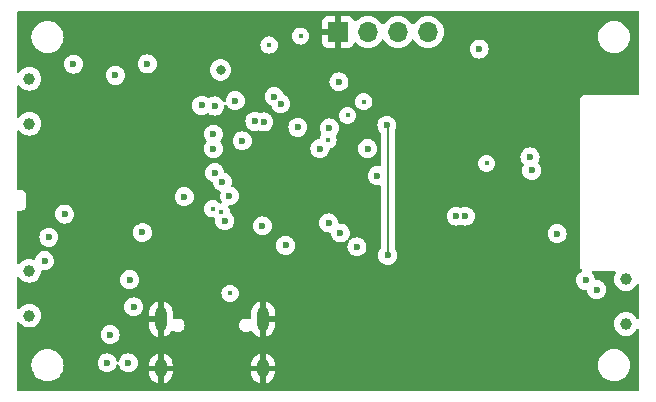
<source format=gbr>
%TF.GenerationSoftware,KiCad,Pcbnew,7.0.11-7.0.11~ubuntu22.04.1*%
%TF.CreationDate,2024-11-26T11:44:11+01:00*%
%TF.ProjectId,H-C6-ulp,482d4336-2d75-46c7-902e-6b696361645f,rev?*%
%TF.SameCoordinates,Original*%
%TF.FileFunction,Copper,L2,Inr*%
%TF.FilePolarity,Positive*%
%FSLAX46Y46*%
G04 Gerber Fmt 4.6, Leading zero omitted, Abs format (unit mm)*
G04 Created by KiCad (PCBNEW 7.0.11-7.0.11~ubuntu22.04.1) date 2024-11-26 11:44:11*
%MOMM*%
%LPD*%
G01*
G04 APERTURE LIST*
%TA.AperFunction,ComponentPad*%
%ADD10O,1.000000X2.100000*%
%TD*%
%TA.AperFunction,ComponentPad*%
%ADD11O,1.000000X1.600000*%
%TD*%
%TA.AperFunction,ComponentPad*%
%ADD12R,1.700000X1.700000*%
%TD*%
%TA.AperFunction,ComponentPad*%
%ADD13O,1.700000X1.700000*%
%TD*%
%TA.AperFunction,ComponentPad*%
%ADD14C,1.000000*%
%TD*%
%TA.AperFunction,ViaPad*%
%ADD15C,0.600000*%
%TD*%
%TA.AperFunction,ViaPad*%
%ADD16C,0.450000*%
%TD*%
%TA.AperFunction,ViaPad*%
%ADD17C,0.800000*%
%TD*%
%TA.AperFunction,Conductor*%
%ADD18C,0.200000*%
%TD*%
G04 APERTURE END LIST*
D10*
%TO.N,GND*%
%TO.C,J1*%
X127595000Y-74090000D03*
D11*
X127595000Y-78270000D03*
D10*
X136235000Y-74090000D03*
D11*
X136235000Y-78270000D03*
%TD*%
D12*
%TO.N,GND*%
%TO.C,J5*%
X142590000Y-49770000D03*
D13*
%TO.N,VDD33*%
X145130000Y-49770000D03*
%TO.N,/SCL*%
X147670000Y-49770000D03*
%TO.N,/SDA*%
X150210000Y-49770000D03*
%TD*%
D14*
%TO.N,unconnected-(U6-Pad4)*%
%TO.C,U6*%
X116450000Y-69990000D03*
%TO.N,unconnected-(U6-Pad5)*%
X116450000Y-73790000D03*
%TD*%
%TO.N,unconnected-(U4-Pad4)*%
%TO.C,U4*%
X116450000Y-53750000D03*
%TO.N,unconnected-(U4-Pad5)*%
X116450000Y-57550000D03*
%TD*%
%TO.N,unconnected-(U5-Pad4)*%
%TO.C,U5*%
X166980000Y-74500000D03*
%TO.N,unconnected-(U5-Pad5)*%
X166980000Y-70700000D03*
%TD*%
D15*
%TO.N,GND*%
X144975000Y-74421428D03*
X124500000Y-58150000D03*
X134100000Y-66700000D03*
X138750000Y-64000000D03*
X131910000Y-69130000D03*
D16*
X142675000Y-72450000D03*
D15*
X148775000Y-72750000D03*
X128100000Y-69720000D03*
X132410000Y-69620000D03*
X121050000Y-66450000D03*
X144975000Y-77185712D03*
X147900000Y-58850000D03*
X122350000Y-66550000D03*
X144975000Y-76264284D03*
X144975000Y-79028568D03*
X129950000Y-54200000D03*
X144975000Y-78107140D03*
D16*
X142675000Y-71818750D03*
D15*
X155600000Y-75500000D03*
X151850000Y-52850000D03*
D16*
X142675000Y-69925000D03*
D15*
X116750000Y-71850000D03*
X133410000Y-70580000D03*
D16*
X142675000Y-71187500D03*
D15*
X119500000Y-56650000D03*
X120050000Y-56650000D03*
X125570000Y-65850000D03*
X135740000Y-70740000D03*
D16*
X142675000Y-70556250D03*
D15*
X138750000Y-63050000D03*
D16*
X139075000Y-51725000D03*
D15*
X156250000Y-66250000D03*
X156100000Y-61300000D03*
X162975000Y-51325000D03*
X139250000Y-71590000D03*
X144975000Y-73500000D03*
X121150000Y-71850000D03*
X150300000Y-69350000D03*
X150350000Y-66875000D03*
X157125000Y-74500000D03*
D16*
X134520000Y-70780000D03*
D15*
X138750000Y-62220000D03*
X132910000Y-70100000D03*
X135815000Y-72320000D03*
X117750000Y-58500000D03*
X131130000Y-68030000D03*
X166990000Y-72510000D03*
X144975000Y-75342856D03*
X131410000Y-68650000D03*
X125248959Y-52486484D03*
X153680000Y-75600000D03*
X153675000Y-51875000D03*
D16*
X142675000Y-69225000D03*
D15*
X127617525Y-71880000D03*
X136240000Y-70250000D03*
%TO.N,ENABLE*%
X142800000Y-66800000D03*
X124950000Y-70750000D03*
%TO.N,VDD33*%
X123750000Y-53450000D03*
X144200000Y-67980000D03*
X138150000Y-67850000D03*
X153375000Y-65375000D03*
X118113679Y-67163679D03*
X163550000Y-70800000D03*
X136200000Y-66200000D03*
X154547702Y-51227298D03*
X141800000Y-65950000D03*
X126450000Y-52487525D03*
X141871293Y-57896293D03*
X161150000Y-66850000D03*
D16*
X139425000Y-50125000D03*
D15*
X134491404Y-58996490D03*
X142675000Y-54000000D03*
X145100000Y-59650000D03*
X152600000Y-65375000D03*
D17*
X132650000Y-53000000D03*
D15*
%TO.N,Net-(D2-A)*%
X146800000Y-68700000D03*
X146725000Y-57675000D03*
%TO.N,VDD_RTC*%
X133900000Y-55600000D03*
%TO.N,VBUS*%
X126025000Y-66750000D03*
X129577298Y-63727298D03*
%TO.N,SW19*%
X117750000Y-69150000D03*
X132800000Y-62450000D03*
D16*
%TO.N,/EPD_RST*%
X155170000Y-60910000D03*
D15*
X164500000Y-71600000D03*
%TO.N,/EPD_BUSY*%
X145910000Y-61950000D03*
X159000000Y-61500000D03*
%TO.N,unconnected-(J2-Pad19)*%
X158850000Y-60350000D03*
%TO.N,/RTC_EVI*%
X137750000Y-55850000D03*
X136300000Y-57400000D03*
D16*
%TO.N,/RTC_SQW*%
X136761103Y-50877219D03*
D15*
X133400000Y-63650000D03*
%TO.N,Net-(U1-GPIO8)*%
X141054720Y-59654720D03*
D16*
X143400000Y-56850000D03*
%TO.N,/SDA*%
X141755913Y-58930913D03*
X144775000Y-55675000D03*
D15*
%TO.N,/RTC_INT*%
X135550000Y-57350000D03*
X137200000Y-55250000D03*
D16*
%TO.N,/IO_21*%
X132000000Y-64750000D03*
D15*
X123300000Y-75400000D03*
D16*
%TO.N,/IO_22*%
X132701922Y-65034613D03*
D15*
X123050000Y-77800000D03*
%TO.N,/IO_23*%
X133000000Y-65750000D03*
X124850000Y-77800000D03*
%TO.N,/IO_TX*%
X132050000Y-58450000D03*
X132150000Y-56050000D03*
%TO.N,/IO_RX*%
X131050000Y-56000000D03*
X132050000Y-59650000D03*
D16*
%TO.N,Net-(J1-CC2)*%
X133460000Y-71910000D03*
D15*
X125300000Y-73050000D03*
%TO.N,BOOT*%
X119447702Y-65197702D03*
X139200000Y-57850000D03*
%TO.N,SW18*%
X120200000Y-52500000D03*
X132150000Y-61700000D03*
%TD*%
D18*
%TO.N,Net-(D2-A)*%
X146800000Y-57750000D02*
X146725000Y-57675000D01*
X146800000Y-68700000D02*
X146800000Y-57750000D01*
%TD*%
%TA.AperFunction,Conductor*%
%TO.N,GND*%
G36*
X168042539Y-48020185D02*
G01*
X168088294Y-48072989D01*
X168099500Y-48124500D01*
X168099500Y-54975500D01*
X168079815Y-55042539D01*
X168027011Y-55088294D01*
X167975500Y-55099500D01*
X163541275Y-55099500D01*
X163521879Y-55097973D01*
X163500000Y-55094508D01*
X163499998Y-55094508D01*
X163468481Y-55099500D01*
X163468480Y-55099500D01*
X163374699Y-55114352D01*
X163374698Y-55114352D01*
X163299337Y-55152751D01*
X163261658Y-55171950D01*
X163261657Y-55171951D01*
X163261652Y-55171954D01*
X163171954Y-55261652D01*
X163171951Y-55261657D01*
X163171950Y-55261658D01*
X163170435Y-55264632D01*
X163114352Y-55374698D01*
X163114352Y-55374699D01*
X163094508Y-55499996D01*
X163094508Y-55500000D01*
X163097973Y-55521876D01*
X163099500Y-55541275D01*
X163099500Y-69558724D01*
X163097973Y-69578123D01*
X163094508Y-69599999D01*
X163094508Y-69600000D01*
X163098736Y-69626693D01*
X163098739Y-69626722D01*
X163114352Y-69725301D01*
X163114354Y-69725304D01*
X163171950Y-69838342D01*
X163171952Y-69838344D01*
X163171954Y-69838347D01*
X163217860Y-69884253D01*
X163251345Y-69945576D01*
X163246361Y-70015268D01*
X163204489Y-70071201D01*
X163196152Y-70076927D01*
X163047740Y-70170182D01*
X163047737Y-70170184D01*
X162920184Y-70297737D01*
X162824211Y-70450476D01*
X162764631Y-70620745D01*
X162764630Y-70620750D01*
X162744435Y-70799996D01*
X162744435Y-70800003D01*
X162764630Y-70979249D01*
X162764631Y-70979254D01*
X162824211Y-71149523D01*
X162892710Y-71258538D01*
X162920184Y-71302262D01*
X163047738Y-71429816D01*
X163200478Y-71525789D01*
X163229411Y-71535913D01*
X163370745Y-71585368D01*
X163370750Y-71585369D01*
X163549996Y-71605565D01*
X163550000Y-71605565D01*
X163550001Y-71605565D01*
X163559678Y-71604474D01*
X163570021Y-71603309D01*
X163638843Y-71615363D01*
X163690223Y-71662711D01*
X163707126Y-71712645D01*
X163714630Y-71779250D01*
X163714631Y-71779254D01*
X163774211Y-71949523D01*
X163851455Y-72072455D01*
X163870184Y-72102262D01*
X163997738Y-72229816D01*
X164088080Y-72286582D01*
X164147966Y-72324211D01*
X164150478Y-72325789D01*
X164263120Y-72365204D01*
X164320745Y-72385368D01*
X164320750Y-72385369D01*
X164499996Y-72405565D01*
X164500000Y-72405565D01*
X164500004Y-72405565D01*
X164679249Y-72385369D01*
X164679252Y-72385368D01*
X164679255Y-72385368D01*
X164849522Y-72325789D01*
X165002262Y-72229816D01*
X165129816Y-72102262D01*
X165225789Y-71949522D01*
X165285368Y-71779255D01*
X165295873Y-71686024D01*
X165305565Y-71600003D01*
X165305565Y-71599996D01*
X165285369Y-71420750D01*
X165285368Y-71420745D01*
X165243909Y-71302262D01*
X165225789Y-71250478D01*
X165129816Y-71097738D01*
X165002262Y-70970184D01*
X164937124Y-70929255D01*
X164849523Y-70874211D01*
X164679254Y-70814631D01*
X164679249Y-70814630D01*
X164500004Y-70794435D01*
X164500001Y-70794435D01*
X164500000Y-70794435D01*
X164495622Y-70794928D01*
X164479973Y-70796691D01*
X164411151Y-70784634D01*
X164359773Y-70737283D01*
X164342873Y-70687353D01*
X164335369Y-70620749D01*
X164335368Y-70620745D01*
X164310102Y-70548538D01*
X164275789Y-70450478D01*
X164179816Y-70297738D01*
X164094259Y-70212181D01*
X164060774Y-70150858D01*
X164065758Y-70081166D01*
X164107630Y-70025233D01*
X164173094Y-70000816D01*
X164181940Y-70000500D01*
X166012554Y-70000500D01*
X166079593Y-70020185D01*
X166125348Y-70072989D01*
X166135292Y-70142147D01*
X166121912Y-70182953D01*
X166051188Y-70315267D01*
X165993975Y-70503870D01*
X165974659Y-70700000D01*
X165993975Y-70896129D01*
X166051188Y-71084733D01*
X166144086Y-71258532D01*
X166144090Y-71258539D01*
X166269116Y-71410883D01*
X166421460Y-71535909D01*
X166421467Y-71535913D01*
X166595266Y-71628811D01*
X166595269Y-71628811D01*
X166595273Y-71628814D01*
X166783868Y-71686024D01*
X166980000Y-71705341D01*
X167176132Y-71686024D01*
X167364727Y-71628814D01*
X167412444Y-71603309D01*
X167538532Y-71535913D01*
X167538538Y-71535910D01*
X167690883Y-71410883D01*
X167815910Y-71258538D01*
X167826946Y-71237889D01*
X167866142Y-71164562D01*
X167915104Y-71114718D01*
X167983242Y-71099257D01*
X168048921Y-71123089D01*
X168091290Y-71178646D01*
X168099500Y-71223015D01*
X168099500Y-73976984D01*
X168079815Y-74044023D01*
X168027011Y-74089778D01*
X167957853Y-74099722D01*
X167894297Y-74070697D01*
X167866142Y-74035438D01*
X167815911Y-73941463D01*
X167815909Y-73941460D01*
X167690883Y-73789116D01*
X167538539Y-73664090D01*
X167538532Y-73664086D01*
X167364733Y-73571188D01*
X167364727Y-73571186D01*
X167176132Y-73513976D01*
X167176129Y-73513975D01*
X166980000Y-73494659D01*
X166783870Y-73513975D01*
X166595266Y-73571188D01*
X166421467Y-73664086D01*
X166421460Y-73664090D01*
X166269116Y-73789116D01*
X166144090Y-73941460D01*
X166144086Y-73941467D01*
X166051188Y-74115266D01*
X165993975Y-74303870D01*
X165974659Y-74500000D01*
X165993975Y-74696129D01*
X166051188Y-74884733D01*
X166144086Y-75058532D01*
X166144090Y-75058539D01*
X166269116Y-75210883D01*
X166421460Y-75335909D01*
X166421467Y-75335913D01*
X166595266Y-75428811D01*
X166595269Y-75428811D01*
X166595273Y-75428814D01*
X166783868Y-75486024D01*
X166980000Y-75505341D01*
X167176132Y-75486024D01*
X167364727Y-75428814D01*
X167538538Y-75335910D01*
X167690883Y-75210883D01*
X167815910Y-75058538D01*
X167830923Y-75030450D01*
X167866142Y-74964562D01*
X167915104Y-74914718D01*
X167983242Y-74899257D01*
X168048921Y-74923089D01*
X168091290Y-74978646D01*
X168099500Y-75023015D01*
X168099500Y-80075500D01*
X168079815Y-80142539D01*
X168027011Y-80188294D01*
X167975500Y-80199500D01*
X115524500Y-80199500D01*
X115457461Y-80179815D01*
X115411706Y-80127011D01*
X115400500Y-80075500D01*
X115400500Y-78000000D01*
X116644341Y-78000000D01*
X116664936Y-78235403D01*
X116664938Y-78235413D01*
X116726094Y-78463655D01*
X116726096Y-78463659D01*
X116726097Y-78463663D01*
X116752368Y-78520000D01*
X116825964Y-78677828D01*
X116825965Y-78677830D01*
X116961505Y-78871402D01*
X117128597Y-79038494D01*
X117322169Y-79174034D01*
X117322171Y-79174035D01*
X117536337Y-79273903D01*
X117764592Y-79335063D01*
X117941032Y-79350499D01*
X117941033Y-79350500D01*
X117941034Y-79350500D01*
X118058967Y-79350500D01*
X118058967Y-79350499D01*
X118235408Y-79335063D01*
X118463663Y-79273903D01*
X118677829Y-79174035D01*
X118871401Y-79038495D01*
X119038495Y-78871401D01*
X119174035Y-78677830D01*
X119200669Y-78620713D01*
X126595000Y-78620713D01*
X126610418Y-78772338D01*
X126671299Y-78966381D01*
X126671304Y-78966391D01*
X126770005Y-79144215D01*
X126770005Y-79144216D01*
X126902478Y-79298530D01*
X126902479Y-79298531D01*
X127063304Y-79423018D01*
X127245907Y-79512589D01*
X127345000Y-79538244D01*
X127345000Y-78736110D01*
X127369457Y-78775610D01*
X127458962Y-78843201D01*
X127566840Y-78873895D01*
X127678521Y-78863546D01*
X127778922Y-78813552D01*
X127845000Y-78741069D01*
X127845000Y-79543365D01*
X127846944Y-79543069D01*
X127846945Y-79543069D01*
X128037660Y-79472436D01*
X128037664Y-79472434D01*
X128210267Y-79364850D01*
X128357668Y-79224735D01*
X128357669Y-79224733D01*
X128473856Y-79057804D01*
X128554059Y-78870907D01*
X128595000Y-78671690D01*
X128595000Y-78620713D01*
X135235000Y-78620713D01*
X135250418Y-78772338D01*
X135311299Y-78966381D01*
X135311304Y-78966391D01*
X135410005Y-79144215D01*
X135410005Y-79144216D01*
X135542478Y-79298530D01*
X135542479Y-79298531D01*
X135703304Y-79423018D01*
X135885907Y-79512589D01*
X135985000Y-79538244D01*
X135985000Y-78736110D01*
X136009457Y-78775610D01*
X136098962Y-78843201D01*
X136206840Y-78873895D01*
X136318521Y-78863546D01*
X136418922Y-78813552D01*
X136485000Y-78741069D01*
X136485000Y-79543366D01*
X136486944Y-79543069D01*
X136486945Y-79543069D01*
X136677660Y-79472436D01*
X136677664Y-79472434D01*
X136850267Y-79364850D01*
X136997668Y-79224735D01*
X136997669Y-79224733D01*
X137113856Y-79057804D01*
X137194059Y-78870907D01*
X137235000Y-78671690D01*
X137235000Y-78520000D01*
X136535000Y-78520000D01*
X136535000Y-78020000D01*
X137235000Y-78020000D01*
X137235000Y-78000000D01*
X164619341Y-78000000D01*
X164639936Y-78235403D01*
X164639938Y-78235413D01*
X164701094Y-78463655D01*
X164701096Y-78463659D01*
X164701097Y-78463663D01*
X164727368Y-78520000D01*
X164800964Y-78677828D01*
X164800965Y-78677830D01*
X164936505Y-78871402D01*
X165103597Y-79038494D01*
X165297169Y-79174034D01*
X165297171Y-79174035D01*
X165511337Y-79273903D01*
X165739592Y-79335063D01*
X165916032Y-79350499D01*
X165916033Y-79350500D01*
X165916034Y-79350500D01*
X166033967Y-79350500D01*
X166033967Y-79350499D01*
X166210408Y-79335063D01*
X166438663Y-79273903D01*
X166652829Y-79174035D01*
X166846401Y-79038495D01*
X167013495Y-78871401D01*
X167149035Y-78677830D01*
X167248903Y-78463663D01*
X167310063Y-78235408D01*
X167330659Y-78000000D01*
X167328843Y-77979249D01*
X167323128Y-77913920D01*
X167310063Y-77764592D01*
X167248903Y-77536337D01*
X167149035Y-77322171D01*
X167149034Y-77322169D01*
X167013494Y-77128597D01*
X166846402Y-76961505D01*
X166652830Y-76825965D01*
X166652828Y-76825964D01*
X166545746Y-76776031D01*
X166438663Y-76726097D01*
X166438659Y-76726096D01*
X166438655Y-76726094D01*
X166210413Y-76664938D01*
X166210403Y-76664936D01*
X166033967Y-76649500D01*
X166033966Y-76649500D01*
X165916034Y-76649500D01*
X165916033Y-76649500D01*
X165739596Y-76664936D01*
X165739586Y-76664938D01*
X165511344Y-76726094D01*
X165511335Y-76726098D01*
X165297171Y-76825964D01*
X165297169Y-76825965D01*
X165103597Y-76961505D01*
X164936506Y-77128597D01*
X164936501Y-77128604D01*
X164800967Y-77322165D01*
X164800965Y-77322169D01*
X164701098Y-77536335D01*
X164701094Y-77536344D01*
X164639938Y-77764586D01*
X164639936Y-77764596D01*
X164619341Y-77999999D01*
X164619341Y-78000000D01*
X137235000Y-78000000D01*
X137235000Y-77919286D01*
X137219581Y-77767661D01*
X137158700Y-77573618D01*
X137158695Y-77573608D01*
X137059994Y-77395784D01*
X137059994Y-77395783D01*
X136927521Y-77241469D01*
X136927520Y-77241468D01*
X136766695Y-77116981D01*
X136584093Y-77027411D01*
X136485000Y-77001753D01*
X136485000Y-77803889D01*
X136460543Y-77764390D01*
X136371038Y-77696799D01*
X136263160Y-77666105D01*
X136151479Y-77676454D01*
X136051078Y-77726448D01*
X135985000Y-77798930D01*
X135985000Y-76996633D01*
X135983053Y-76996931D01*
X135983047Y-76996933D01*
X135792342Y-77067562D01*
X135792335Y-77067565D01*
X135619732Y-77175149D01*
X135472331Y-77315264D01*
X135472330Y-77315266D01*
X135356143Y-77482195D01*
X135275940Y-77669092D01*
X135235000Y-77868309D01*
X135235000Y-78020000D01*
X135935000Y-78020000D01*
X135935000Y-78520000D01*
X135235000Y-78520000D01*
X135235000Y-78620713D01*
X128595000Y-78620713D01*
X128595000Y-78520000D01*
X127895000Y-78520000D01*
X127895000Y-78020000D01*
X128595000Y-78020000D01*
X128595000Y-77919286D01*
X128579581Y-77767661D01*
X128518700Y-77573618D01*
X128518695Y-77573608D01*
X128419994Y-77395784D01*
X128419994Y-77395783D01*
X128287521Y-77241469D01*
X128287520Y-77241468D01*
X128126695Y-77116981D01*
X127944093Y-77027411D01*
X127845000Y-77001753D01*
X127845000Y-77803889D01*
X127820543Y-77764390D01*
X127731038Y-77696799D01*
X127623160Y-77666105D01*
X127511479Y-77676454D01*
X127411078Y-77726448D01*
X127345000Y-77798930D01*
X127345000Y-76996633D01*
X127343053Y-76996931D01*
X127343047Y-76996933D01*
X127152342Y-77067562D01*
X127152335Y-77067565D01*
X126979732Y-77175149D01*
X126832331Y-77315264D01*
X126832330Y-77315266D01*
X126716143Y-77482195D01*
X126635940Y-77669092D01*
X126595000Y-77868309D01*
X126595000Y-78020000D01*
X127295000Y-78020000D01*
X127295000Y-78520000D01*
X126595000Y-78520000D01*
X126595000Y-78620713D01*
X119200669Y-78620713D01*
X119273903Y-78463663D01*
X119335063Y-78235408D01*
X119355659Y-78000000D01*
X119353843Y-77979249D01*
X119348128Y-77913920D01*
X119338161Y-77800003D01*
X122244435Y-77800003D01*
X122264630Y-77979249D01*
X122264631Y-77979254D01*
X122324211Y-78149523D01*
X122378177Y-78235408D01*
X122420184Y-78302262D01*
X122547738Y-78429816D01*
X122700478Y-78525789D01*
X122870745Y-78585368D01*
X122870750Y-78585369D01*
X123049996Y-78605565D01*
X123050000Y-78605565D01*
X123050004Y-78605565D01*
X123229249Y-78585369D01*
X123229252Y-78585368D01*
X123229255Y-78585368D01*
X123399522Y-78525789D01*
X123552262Y-78429816D01*
X123679816Y-78302262D01*
X123775789Y-78149522D01*
X123832958Y-77986141D01*
X123873680Y-77929366D01*
X123938633Y-77903619D01*
X124007194Y-77917075D01*
X124057597Y-77965462D01*
X124067042Y-77986142D01*
X124124211Y-78149523D01*
X124178177Y-78235408D01*
X124220184Y-78302262D01*
X124347738Y-78429816D01*
X124500478Y-78525789D01*
X124670745Y-78585368D01*
X124670750Y-78585369D01*
X124849996Y-78605565D01*
X124850000Y-78605565D01*
X124850004Y-78605565D01*
X125029249Y-78585369D01*
X125029252Y-78585368D01*
X125029255Y-78585368D01*
X125199522Y-78525789D01*
X125352262Y-78429816D01*
X125479816Y-78302262D01*
X125575789Y-78149522D01*
X125635368Y-77979255D01*
X125636922Y-77965462D01*
X125655565Y-77800003D01*
X125655565Y-77799996D01*
X125635369Y-77620750D01*
X125635368Y-77620745D01*
X125632958Y-77613857D01*
X125575789Y-77450478D01*
X125479816Y-77297738D01*
X125352262Y-77170184D01*
X125286077Y-77128597D01*
X125199523Y-77074211D01*
X125029254Y-77014631D01*
X125029249Y-77014630D01*
X124850004Y-76994435D01*
X124849996Y-76994435D01*
X124670750Y-77014630D01*
X124670745Y-77014631D01*
X124500476Y-77074211D01*
X124347737Y-77170184D01*
X124220184Y-77297737D01*
X124124209Y-77450480D01*
X124067041Y-77613857D01*
X124026320Y-77670633D01*
X123961367Y-77696380D01*
X123892805Y-77682924D01*
X123842403Y-77634536D01*
X123832959Y-77613857D01*
X123775790Y-77450480D01*
X123775789Y-77450478D01*
X123679816Y-77297738D01*
X123552262Y-77170184D01*
X123486077Y-77128597D01*
X123399523Y-77074211D01*
X123229254Y-77014631D01*
X123229249Y-77014630D01*
X123050004Y-76994435D01*
X123049996Y-76994435D01*
X122870750Y-77014630D01*
X122870745Y-77014631D01*
X122700476Y-77074211D01*
X122547737Y-77170184D01*
X122420184Y-77297737D01*
X122324211Y-77450476D01*
X122264631Y-77620745D01*
X122264630Y-77620750D01*
X122244435Y-77799996D01*
X122244435Y-77800003D01*
X119338161Y-77800003D01*
X119335063Y-77764592D01*
X119273903Y-77536337D01*
X119174035Y-77322171D01*
X119174034Y-77322169D01*
X119038494Y-77128597D01*
X118871402Y-76961505D01*
X118677830Y-76825965D01*
X118677828Y-76825964D01*
X118570746Y-76776031D01*
X118463663Y-76726097D01*
X118463659Y-76726096D01*
X118463655Y-76726094D01*
X118235413Y-76664938D01*
X118235403Y-76664936D01*
X118058967Y-76649500D01*
X118058966Y-76649500D01*
X117941034Y-76649500D01*
X117941033Y-76649500D01*
X117764596Y-76664936D01*
X117764586Y-76664938D01*
X117536344Y-76726094D01*
X117536335Y-76726098D01*
X117322171Y-76825964D01*
X117322169Y-76825965D01*
X117128597Y-76961505D01*
X116961506Y-77128597D01*
X116961501Y-77128604D01*
X116825967Y-77322165D01*
X116825965Y-77322169D01*
X116726098Y-77536335D01*
X116726094Y-77536344D01*
X116664938Y-77764586D01*
X116664936Y-77764596D01*
X116644341Y-77999999D01*
X116644341Y-78000000D01*
X115400500Y-78000000D01*
X115400500Y-75400003D01*
X122494435Y-75400003D01*
X122514630Y-75579249D01*
X122514631Y-75579254D01*
X122574211Y-75749523D01*
X122670184Y-75902262D01*
X122797738Y-76029816D01*
X122950478Y-76125789D01*
X123120745Y-76185368D01*
X123120750Y-76185369D01*
X123299996Y-76205565D01*
X123300000Y-76205565D01*
X123300004Y-76205565D01*
X123479249Y-76185369D01*
X123479252Y-76185368D01*
X123479255Y-76185368D01*
X123649522Y-76125789D01*
X123802262Y-76029816D01*
X123929816Y-75902262D01*
X124025789Y-75749522D01*
X124085368Y-75579255D01*
X124085369Y-75579249D01*
X124105565Y-75400003D01*
X124105565Y-75399996D01*
X124085369Y-75220750D01*
X124085368Y-75220745D01*
X124052847Y-75127806D01*
X124025789Y-75050478D01*
X123929816Y-74897738D01*
X123802262Y-74770184D01*
X123756914Y-74741690D01*
X123675785Y-74690713D01*
X126595000Y-74690713D01*
X126610418Y-74842338D01*
X126671299Y-75036381D01*
X126671304Y-75036391D01*
X126770005Y-75214215D01*
X126770005Y-75214216D01*
X126902478Y-75368530D01*
X126902479Y-75368531D01*
X127063304Y-75493018D01*
X127245907Y-75582589D01*
X127345000Y-75608244D01*
X127345000Y-74806110D01*
X127369457Y-74845610D01*
X127458962Y-74913201D01*
X127566840Y-74943895D01*
X127678521Y-74933546D01*
X127778922Y-74883552D01*
X127845000Y-74811069D01*
X127845000Y-75613366D01*
X127846944Y-75613069D01*
X127846945Y-75613069D01*
X128037660Y-75542436D01*
X128037664Y-75542434D01*
X128210267Y-75434850D01*
X128357668Y-75294735D01*
X128357669Y-75294733D01*
X128473855Y-75127806D01*
X128477234Y-75119931D01*
X128521758Y-75066084D01*
X128588325Y-75044857D01*
X128655801Y-75062988D01*
X128666663Y-75070440D01*
X128734767Y-75122698D01*
X128874764Y-75180687D01*
X128987280Y-75195500D01*
X128987287Y-75195500D01*
X129062713Y-75195500D01*
X129062720Y-75195500D01*
X129175236Y-75180687D01*
X129315233Y-75122698D01*
X129435451Y-75030451D01*
X129527698Y-74910233D01*
X129585687Y-74770236D01*
X129605466Y-74620000D01*
X134224534Y-74620000D01*
X134244312Y-74770234D01*
X134244313Y-74770236D01*
X134297755Y-74899257D01*
X134302302Y-74910233D01*
X134394549Y-75030451D01*
X134514767Y-75122698D01*
X134654764Y-75180687D01*
X134767280Y-75195500D01*
X134767287Y-75195500D01*
X134842713Y-75195500D01*
X134842720Y-75195500D01*
X134955236Y-75180687D01*
X135095233Y-75122698D01*
X135166256Y-75068199D01*
X135231425Y-75043006D01*
X135299869Y-75057044D01*
X135349859Y-75105858D01*
X135350161Y-75106398D01*
X135410005Y-75214215D01*
X135410005Y-75214216D01*
X135542478Y-75368530D01*
X135542479Y-75368531D01*
X135703304Y-75493018D01*
X135885907Y-75582589D01*
X135985000Y-75608244D01*
X135985000Y-74806110D01*
X136009457Y-74845610D01*
X136098962Y-74913201D01*
X136206840Y-74943895D01*
X136318521Y-74933546D01*
X136418922Y-74883552D01*
X136485000Y-74811069D01*
X136485000Y-75613366D01*
X136486944Y-75613069D01*
X136486945Y-75613069D01*
X136677660Y-75542436D01*
X136677664Y-75542434D01*
X136850267Y-75434850D01*
X136997668Y-75294735D01*
X136997669Y-75294733D01*
X137113856Y-75127804D01*
X137194059Y-74940907D01*
X137235000Y-74741690D01*
X137235000Y-74340000D01*
X136535000Y-74340000D01*
X136535000Y-73840000D01*
X137235000Y-73840000D01*
X137235000Y-73489286D01*
X137219581Y-73337661D01*
X137158700Y-73143618D01*
X137158695Y-73143608D01*
X137059994Y-72965784D01*
X137059994Y-72965783D01*
X136927521Y-72811469D01*
X136927520Y-72811468D01*
X136766695Y-72686981D01*
X136584093Y-72597411D01*
X136485000Y-72571753D01*
X136485000Y-73373889D01*
X136460543Y-73334390D01*
X136371038Y-73266799D01*
X136263160Y-73236105D01*
X136151479Y-73246454D01*
X136051078Y-73296448D01*
X135985000Y-73368930D01*
X135985000Y-72566633D01*
X135983053Y-72566931D01*
X135983047Y-72566933D01*
X135792342Y-72637562D01*
X135792335Y-72637565D01*
X135619732Y-72745149D01*
X135472331Y-72885264D01*
X135472330Y-72885266D01*
X135356143Y-73052195D01*
X135275940Y-73239092D01*
X135235000Y-73438309D01*
X135235000Y-73989615D01*
X135215315Y-74056654D01*
X135162511Y-74102409D01*
X135093353Y-74112353D01*
X135063548Y-74104176D01*
X134955239Y-74059314D01*
X134955237Y-74059313D01*
X134955236Y-74059313D01*
X134935039Y-74056654D01*
X134842727Y-74044500D01*
X134842720Y-74044500D01*
X134767280Y-74044500D01*
X134767272Y-74044500D01*
X134654764Y-74059313D01*
X134654763Y-74059313D01*
X134514770Y-74117300D01*
X134394549Y-74209549D01*
X134302300Y-74329770D01*
X134244313Y-74469763D01*
X134244312Y-74469765D01*
X134224534Y-74619999D01*
X134224534Y-74620000D01*
X129605466Y-74620000D01*
X129585687Y-74469764D01*
X129527698Y-74329767D01*
X129435451Y-74209549D01*
X129315233Y-74117302D01*
X129315229Y-74117300D01*
X129202719Y-74070697D01*
X129175236Y-74059313D01*
X129155039Y-74056654D01*
X129062727Y-74044500D01*
X129062720Y-74044500D01*
X128987280Y-74044500D01*
X128987272Y-74044500D01*
X128874764Y-74059313D01*
X128874760Y-74059314D01*
X128766452Y-74104176D01*
X128696982Y-74111645D01*
X128634503Y-74080369D01*
X128598852Y-74020280D01*
X128595000Y-73989615D01*
X128595000Y-73489286D01*
X128579581Y-73337661D01*
X128518700Y-73143618D01*
X128518695Y-73143608D01*
X128419994Y-72965784D01*
X128419994Y-72965783D01*
X128287521Y-72811469D01*
X128287520Y-72811468D01*
X128126695Y-72686981D01*
X127944093Y-72597411D01*
X127845000Y-72571753D01*
X127845000Y-73373889D01*
X127820543Y-73334390D01*
X127731038Y-73266799D01*
X127623160Y-73236105D01*
X127511479Y-73246454D01*
X127411078Y-73296448D01*
X127345000Y-73368930D01*
X127345000Y-72566633D01*
X127343053Y-72566931D01*
X127343047Y-72566933D01*
X127152342Y-72637562D01*
X127152335Y-72637565D01*
X126979732Y-72745149D01*
X126832331Y-72885264D01*
X126832330Y-72885266D01*
X126716143Y-73052195D01*
X126635940Y-73239092D01*
X126595000Y-73438309D01*
X126595000Y-73840000D01*
X127295000Y-73840000D01*
X127295000Y-74340000D01*
X126595000Y-74340000D01*
X126595000Y-74690713D01*
X123675785Y-74690713D01*
X123649523Y-74674211D01*
X123479254Y-74614631D01*
X123479249Y-74614630D01*
X123300004Y-74594435D01*
X123299996Y-74594435D01*
X123120750Y-74614630D01*
X123120745Y-74614631D01*
X122950476Y-74674211D01*
X122797737Y-74770184D01*
X122670184Y-74897737D01*
X122574211Y-75050476D01*
X122514631Y-75220745D01*
X122514630Y-75220750D01*
X122494435Y-75399996D01*
X122494435Y-75400003D01*
X115400500Y-75400003D01*
X115400500Y-74434834D01*
X115420185Y-74367795D01*
X115472989Y-74322040D01*
X115542147Y-74312096D01*
X115605703Y-74341121D01*
X115620353Y-74356169D01*
X115739116Y-74500883D01*
X115891460Y-74625909D01*
X115891467Y-74625913D01*
X116065266Y-74718811D01*
X116065269Y-74718811D01*
X116065273Y-74718814D01*
X116253868Y-74776024D01*
X116450000Y-74795341D01*
X116646132Y-74776024D01*
X116834727Y-74718814D01*
X117008538Y-74625910D01*
X117160883Y-74500883D01*
X117285910Y-74348538D01*
X117378814Y-74174727D01*
X117436024Y-73986132D01*
X117455341Y-73790000D01*
X117436024Y-73593868D01*
X117378814Y-73405273D01*
X117378811Y-73405269D01*
X117378811Y-73405266D01*
X117285913Y-73231467D01*
X117285909Y-73231460D01*
X117160883Y-73079116D01*
X117125409Y-73050003D01*
X124494435Y-73050003D01*
X124514630Y-73229249D01*
X124514631Y-73229254D01*
X124574211Y-73399523D01*
X124645010Y-73512198D01*
X124670184Y-73552262D01*
X124797738Y-73679816D01*
X124950478Y-73775789D01*
X124991091Y-73790000D01*
X125120745Y-73835368D01*
X125120750Y-73835369D01*
X125299996Y-73855565D01*
X125300000Y-73855565D01*
X125300004Y-73855565D01*
X125479249Y-73835369D01*
X125479252Y-73835368D01*
X125479255Y-73835368D01*
X125649522Y-73775789D01*
X125802262Y-73679816D01*
X125929816Y-73552262D01*
X126025789Y-73399522D01*
X126085368Y-73229255D01*
X126085414Y-73228847D01*
X126105565Y-73050003D01*
X126105565Y-73049996D01*
X126085369Y-72870750D01*
X126085368Y-72870745D01*
X126064626Y-72811468D01*
X126025789Y-72700478D01*
X125929816Y-72547738D01*
X125802262Y-72420184D01*
X125778996Y-72405565D01*
X125649523Y-72324211D01*
X125479254Y-72264631D01*
X125479249Y-72264630D01*
X125300004Y-72244435D01*
X125299996Y-72244435D01*
X125120750Y-72264630D01*
X125120745Y-72264631D01*
X124950476Y-72324211D01*
X124797737Y-72420184D01*
X124670184Y-72547737D01*
X124574211Y-72700476D01*
X124514631Y-72870745D01*
X124514630Y-72870750D01*
X124494435Y-73049996D01*
X124494435Y-73050003D01*
X117125409Y-73050003D01*
X117008539Y-72954090D01*
X117008532Y-72954086D01*
X116834733Y-72861188D01*
X116834727Y-72861186D01*
X116646132Y-72803976D01*
X116646129Y-72803975D01*
X116450000Y-72784659D01*
X116253870Y-72803975D01*
X116065266Y-72861188D01*
X115891467Y-72954086D01*
X115891460Y-72954090D01*
X115739116Y-73079116D01*
X115620353Y-73223830D01*
X115562607Y-73263164D01*
X115492763Y-73265035D01*
X115432994Y-73228847D01*
X115402279Y-73166091D01*
X115400500Y-73145165D01*
X115400500Y-71910003D01*
X132729909Y-71910003D01*
X132748212Y-72072455D01*
X132802210Y-72226774D01*
X132825998Y-72264632D01*
X132889192Y-72365204D01*
X133004796Y-72480808D01*
X133143225Y-72567789D01*
X133297539Y-72621786D01*
X133297542Y-72621786D01*
X133297544Y-72621787D01*
X133459996Y-72640091D01*
X133460000Y-72640091D01*
X133460004Y-72640091D01*
X133622455Y-72621787D01*
X133622456Y-72621786D01*
X133622461Y-72621786D01*
X133776775Y-72567789D01*
X133915204Y-72480808D01*
X134030808Y-72365204D01*
X134117789Y-72226775D01*
X134171786Y-72072461D01*
X134190091Y-71910000D01*
X134175359Y-71779254D01*
X134171787Y-71747544D01*
X134171786Y-71747542D01*
X134171786Y-71747539D01*
X134117789Y-71593225D01*
X134030808Y-71454796D01*
X133915204Y-71339192D01*
X133776774Y-71252210D01*
X133622455Y-71198212D01*
X133460004Y-71179909D01*
X133459996Y-71179909D01*
X133297544Y-71198212D01*
X133143225Y-71252210D01*
X133004795Y-71339192D01*
X132889192Y-71454795D01*
X132802210Y-71593225D01*
X132748212Y-71747544D01*
X132729909Y-71909996D01*
X132729909Y-71910003D01*
X115400500Y-71910003D01*
X115400500Y-70634834D01*
X115420185Y-70567795D01*
X115472989Y-70522040D01*
X115542147Y-70512096D01*
X115605703Y-70541121D01*
X115620353Y-70556169D01*
X115739116Y-70700883D01*
X115891460Y-70825909D01*
X115891467Y-70825913D01*
X116065266Y-70918811D01*
X116065269Y-70918811D01*
X116065273Y-70918814D01*
X116253868Y-70976024D01*
X116450000Y-70995341D01*
X116646132Y-70976024D01*
X116834727Y-70918814D01*
X117008538Y-70825910D01*
X117101030Y-70750003D01*
X124144435Y-70750003D01*
X124164630Y-70929249D01*
X124164631Y-70929254D01*
X124224211Y-71099523D01*
X124286222Y-71198212D01*
X124320184Y-71252262D01*
X124447738Y-71379816D01*
X124600478Y-71475789D01*
X124743367Y-71525788D01*
X124770745Y-71535368D01*
X124770750Y-71535369D01*
X124949996Y-71555565D01*
X124950000Y-71555565D01*
X124950004Y-71555565D01*
X125129249Y-71535369D01*
X125129252Y-71535368D01*
X125129255Y-71535368D01*
X125299522Y-71475789D01*
X125452262Y-71379816D01*
X125579816Y-71252262D01*
X125675789Y-71099522D01*
X125735368Y-70929255D01*
X125735369Y-70929249D01*
X125755565Y-70750003D01*
X125755565Y-70749996D01*
X125735369Y-70570750D01*
X125735368Y-70570745D01*
X125675788Y-70400476D01*
X125579815Y-70247737D01*
X125452262Y-70120184D01*
X125299523Y-70024211D01*
X125129254Y-69964631D01*
X125129249Y-69964630D01*
X124950004Y-69944435D01*
X124949996Y-69944435D01*
X124770750Y-69964630D01*
X124770745Y-69964631D01*
X124600476Y-70024211D01*
X124447737Y-70120184D01*
X124320184Y-70247737D01*
X124224211Y-70400476D01*
X124164631Y-70570745D01*
X124164630Y-70570750D01*
X124144435Y-70749996D01*
X124144435Y-70750003D01*
X117101030Y-70750003D01*
X117160883Y-70700883D01*
X117285910Y-70548538D01*
X117378814Y-70374727D01*
X117436024Y-70186132D01*
X117449603Y-70048252D01*
X117475763Y-69983466D01*
X117532798Y-69943107D01*
X117586889Y-69937187D01*
X117620489Y-69940972D01*
X117749997Y-69955565D01*
X117750000Y-69955565D01*
X117750004Y-69955565D01*
X117929249Y-69935369D01*
X117929252Y-69935368D01*
X117929255Y-69935368D01*
X118099522Y-69875789D01*
X118252262Y-69779816D01*
X118379816Y-69652262D01*
X118475789Y-69499522D01*
X118535368Y-69329255D01*
X118541017Y-69279117D01*
X118555565Y-69150003D01*
X118555565Y-69149996D01*
X118535369Y-68970750D01*
X118535368Y-68970745D01*
X118503352Y-68879249D01*
X118475789Y-68800478D01*
X118379816Y-68647738D01*
X118252262Y-68520184D01*
X118188017Y-68479816D01*
X118099523Y-68424211D01*
X117929254Y-68364631D01*
X117929249Y-68364630D01*
X117750004Y-68344435D01*
X117749996Y-68344435D01*
X117570750Y-68364630D01*
X117570745Y-68364631D01*
X117400476Y-68424211D01*
X117247737Y-68520184D01*
X117120184Y-68647737D01*
X117024209Y-68800480D01*
X116962822Y-68975914D01*
X116922101Y-69032690D01*
X116857148Y-69058437D01*
X116809786Y-69053620D01*
X116646130Y-69003975D01*
X116450000Y-68984659D01*
X116253870Y-69003975D01*
X116065266Y-69061188D01*
X115891467Y-69154086D01*
X115891460Y-69154090D01*
X115739116Y-69279116D01*
X115620353Y-69423830D01*
X115562607Y-69463164D01*
X115492763Y-69465035D01*
X115432994Y-69428847D01*
X115402279Y-69366091D01*
X115400500Y-69345165D01*
X115400500Y-67163682D01*
X117308114Y-67163682D01*
X117328309Y-67342928D01*
X117328310Y-67342933D01*
X117387890Y-67513202D01*
X117433236Y-67585369D01*
X117483863Y-67665941D01*
X117611417Y-67793495D01*
X117764157Y-67889468D01*
X117934424Y-67949047D01*
X117934429Y-67949048D01*
X118113675Y-67969244D01*
X118113679Y-67969244D01*
X118113683Y-67969244D01*
X118292928Y-67949048D01*
X118292931Y-67949047D01*
X118292934Y-67949047D01*
X118463201Y-67889468D01*
X118526009Y-67850003D01*
X137344435Y-67850003D01*
X137364630Y-68029249D01*
X137364631Y-68029254D01*
X137424211Y-68199523D01*
X137505895Y-68329522D01*
X137520184Y-68352262D01*
X137647738Y-68479816D01*
X137800478Y-68575789D01*
X137897719Y-68609815D01*
X137970745Y-68635368D01*
X137970750Y-68635369D01*
X138149996Y-68655565D01*
X138150000Y-68655565D01*
X138150004Y-68655565D01*
X138329249Y-68635369D01*
X138329252Y-68635368D01*
X138329255Y-68635368D01*
X138499522Y-68575789D01*
X138652262Y-68479816D01*
X138779816Y-68352262D01*
X138875789Y-68199522D01*
X138935368Y-68029255D01*
X138935369Y-68029249D01*
X138955565Y-67850003D01*
X138955565Y-67849996D01*
X138935369Y-67670750D01*
X138935368Y-67670745D01*
X138921277Y-67630476D01*
X138875789Y-67500478D01*
X138861500Y-67477738D01*
X138798582Y-67377604D01*
X138779816Y-67347738D01*
X138652262Y-67220184D01*
X138619379Y-67199522D01*
X138499523Y-67124211D01*
X138329254Y-67064631D01*
X138329249Y-67064630D01*
X138150004Y-67044435D01*
X138149996Y-67044435D01*
X137970750Y-67064630D01*
X137970745Y-67064631D01*
X137800476Y-67124211D01*
X137647737Y-67220184D01*
X137520184Y-67347737D01*
X137424211Y-67500476D01*
X137364631Y-67670745D01*
X137364630Y-67670750D01*
X137344435Y-67849996D01*
X137344435Y-67850003D01*
X118526009Y-67850003D01*
X118615941Y-67793495D01*
X118743495Y-67665941D01*
X118839468Y-67513201D01*
X118899047Y-67342934D01*
X118909044Y-67254211D01*
X118919244Y-67163682D01*
X118919244Y-67163675D01*
X118899048Y-66984429D01*
X118899047Y-66984424D01*
X118897236Y-66979249D01*
X118839468Y-66814157D01*
X118830574Y-66800003D01*
X118799157Y-66750003D01*
X125219435Y-66750003D01*
X125239630Y-66929249D01*
X125239631Y-66929254D01*
X125299211Y-67099523D01*
X125379174Y-67226783D01*
X125395184Y-67252262D01*
X125522738Y-67379816D01*
X125675478Y-67475789D01*
X125818367Y-67525788D01*
X125845745Y-67535368D01*
X125845750Y-67535369D01*
X126024996Y-67555565D01*
X126025000Y-67555565D01*
X126025004Y-67555565D01*
X126204249Y-67535369D01*
X126204252Y-67535368D01*
X126204255Y-67535368D01*
X126374522Y-67475789D01*
X126527262Y-67379816D01*
X126654816Y-67252262D01*
X126750789Y-67099522D01*
X126810368Y-66929255D01*
X126810759Y-66925788D01*
X126830565Y-66750003D01*
X126830565Y-66749996D01*
X126810369Y-66570750D01*
X126810368Y-66570745D01*
X126797462Y-66533863D01*
X126750789Y-66400478D01*
X126654816Y-66247738D01*
X126527262Y-66120184D01*
X126496395Y-66100789D01*
X126374523Y-66024211D01*
X126204254Y-65964631D01*
X126204249Y-65964630D01*
X126025004Y-65944435D01*
X126024996Y-65944435D01*
X125845750Y-65964630D01*
X125845745Y-65964631D01*
X125675476Y-66024211D01*
X125522737Y-66120184D01*
X125395184Y-66247737D01*
X125299211Y-66400476D01*
X125239631Y-66570745D01*
X125239630Y-66570750D01*
X125219435Y-66749996D01*
X125219435Y-66750003D01*
X118799157Y-66750003D01*
X118789962Y-66735369D01*
X118743495Y-66661417D01*
X118615941Y-66533863D01*
X118523517Y-66475789D01*
X118463202Y-66437890D01*
X118292933Y-66378310D01*
X118292928Y-66378309D01*
X118113683Y-66358114D01*
X118113675Y-66358114D01*
X117934429Y-66378309D01*
X117934424Y-66378310D01*
X117764155Y-66437890D01*
X117611416Y-66533863D01*
X117483863Y-66661416D01*
X117387890Y-66814155D01*
X117328310Y-66984424D01*
X117328309Y-66984429D01*
X117308114Y-67163675D01*
X117308114Y-67163682D01*
X115400500Y-67163682D01*
X115400500Y-65197705D01*
X118642137Y-65197705D01*
X118662332Y-65376951D01*
X118662333Y-65376956D01*
X118721913Y-65547225D01*
X118816487Y-65697737D01*
X118817886Y-65699964D01*
X118945440Y-65827518D01*
X119098180Y-65923491D01*
X119215754Y-65964632D01*
X119268447Y-65983070D01*
X119268452Y-65983071D01*
X119447698Y-66003267D01*
X119447702Y-66003267D01*
X119447706Y-66003267D01*
X119626951Y-65983071D01*
X119626954Y-65983070D01*
X119626957Y-65983070D01*
X119797224Y-65923491D01*
X119949964Y-65827518D01*
X120077518Y-65699964D01*
X120173491Y-65547224D01*
X120233070Y-65376957D01*
X120233290Y-65375003D01*
X120253267Y-65197705D01*
X120253267Y-65197698D01*
X120233071Y-65018452D01*
X120233070Y-65018447D01*
X120192333Y-64902027D01*
X120173491Y-64848180D01*
X120160842Y-64828050D01*
X120111802Y-64750003D01*
X131269909Y-64750003D01*
X131288212Y-64912455D01*
X131342210Y-65066774D01*
X131403698Y-65164631D01*
X131429192Y-65205204D01*
X131544796Y-65320808D01*
X131683225Y-65407789D01*
X131837539Y-65461786D01*
X131837542Y-65461786D01*
X131837544Y-65461787D01*
X131999997Y-65480091D01*
X131999999Y-65480091D01*
X131999999Y-65480090D01*
X132000000Y-65480091D01*
X132049755Y-65474484D01*
X132118575Y-65486537D01*
X132151320Y-65510023D01*
X132172144Y-65530847D01*
X132205629Y-65592170D01*
X132207683Y-65632411D01*
X132194435Y-65749996D01*
X132194435Y-65750003D01*
X132214630Y-65929249D01*
X132214631Y-65929254D01*
X132274211Y-66099523D01*
X132337347Y-66200003D01*
X132370184Y-66252262D01*
X132497738Y-66379816D01*
X132588080Y-66436582D01*
X132610192Y-66450476D01*
X132650478Y-66475789D01*
X132816444Y-66533863D01*
X132820745Y-66535368D01*
X132820750Y-66535369D01*
X132999996Y-66555565D01*
X133000000Y-66555565D01*
X133000004Y-66555565D01*
X133179249Y-66535369D01*
X133179252Y-66535368D01*
X133179255Y-66535368D01*
X133349522Y-66475789D01*
X133502262Y-66379816D01*
X133629816Y-66252262D01*
X133662653Y-66200003D01*
X135394435Y-66200003D01*
X135414630Y-66379249D01*
X135414631Y-66379254D01*
X135474211Y-66549523D01*
X135550384Y-66670750D01*
X135570184Y-66702262D01*
X135697738Y-66829816D01*
X135850478Y-66925789D01*
X136020745Y-66985368D01*
X136020750Y-66985369D01*
X136199996Y-67005565D01*
X136200000Y-67005565D01*
X136200004Y-67005565D01*
X136379249Y-66985369D01*
X136379252Y-66985368D01*
X136379255Y-66985368D01*
X136549522Y-66925789D01*
X136702262Y-66829816D01*
X136829816Y-66702262D01*
X136925789Y-66549522D01*
X136985368Y-66379255D01*
X136985369Y-66379249D01*
X137005565Y-66200003D01*
X137005565Y-66199996D01*
X136985369Y-66020750D01*
X136985368Y-66020745D01*
X136965733Y-65964631D01*
X136960614Y-65950003D01*
X140994435Y-65950003D01*
X141014630Y-66129249D01*
X141014631Y-66129254D01*
X141074211Y-66299523D01*
X141137646Y-66400478D01*
X141170184Y-66452262D01*
X141297738Y-66579816D01*
X141362876Y-66620745D01*
X141442450Y-66670745D01*
X141450478Y-66675789D01*
X141597359Y-66727185D01*
X141620745Y-66735368D01*
X141620750Y-66735369D01*
X141799996Y-66755565D01*
X141800000Y-66755565D01*
X141800003Y-66755565D01*
X141863832Y-66748373D01*
X141932654Y-66760427D01*
X141984034Y-66807776D01*
X142000936Y-66857709D01*
X142014630Y-66979250D01*
X142014631Y-66979254D01*
X142074211Y-67149523D01*
X142165656Y-67295056D01*
X142170184Y-67302262D01*
X142297738Y-67429816D01*
X142385466Y-67484939D01*
X142410192Y-67500476D01*
X142450478Y-67525789D01*
X142535573Y-67555565D01*
X142620745Y-67585368D01*
X142620750Y-67585369D01*
X142799996Y-67605565D01*
X142800000Y-67605565D01*
X142800004Y-67605565D01*
X142979249Y-67585369D01*
X142979252Y-67585368D01*
X142979255Y-67585368D01*
X143149522Y-67525789D01*
X143302262Y-67429816D01*
X143325973Y-67406104D01*
X143387292Y-67372621D01*
X143456984Y-67377604D01*
X143512918Y-67419475D01*
X143537336Y-67484939D01*
X143522485Y-67553212D01*
X143518646Y-67559759D01*
X143474211Y-67630476D01*
X143414631Y-67800745D01*
X143414630Y-67800750D01*
X143394435Y-67979996D01*
X143394435Y-67980003D01*
X143414630Y-68159249D01*
X143414631Y-68159254D01*
X143474211Y-68329523D01*
X143496271Y-68364631D01*
X143570184Y-68482262D01*
X143697738Y-68609816D01*
X143770547Y-68655565D01*
X143841269Y-68700003D01*
X143850478Y-68705789D01*
X144020745Y-68765368D01*
X144020750Y-68765369D01*
X144199996Y-68785565D01*
X144200000Y-68785565D01*
X144200004Y-68785565D01*
X144379249Y-68765369D01*
X144379252Y-68765368D01*
X144379255Y-68765368D01*
X144549522Y-68705789D01*
X144702262Y-68609816D01*
X144829816Y-68482262D01*
X144925789Y-68329522D01*
X144985368Y-68159255D01*
X144990063Y-68117587D01*
X145005565Y-67980003D01*
X145005565Y-67979996D01*
X144985369Y-67800750D01*
X144985368Y-67800745D01*
X144925788Y-67630476D01*
X144878718Y-67555565D01*
X144829816Y-67477738D01*
X144702262Y-67350184D01*
X144625995Y-67302262D01*
X144549523Y-67254211D01*
X144379254Y-67194631D01*
X144379249Y-67194630D01*
X144200004Y-67174435D01*
X144199996Y-67174435D01*
X144020750Y-67194630D01*
X144020745Y-67194631D01*
X143850476Y-67254211D01*
X143697739Y-67350183D01*
X143674027Y-67373895D01*
X143612703Y-67407379D01*
X143543011Y-67402393D01*
X143487079Y-67360521D01*
X143462663Y-67295056D01*
X143477516Y-67226783D01*
X143481346Y-67220251D01*
X143525789Y-67149522D01*
X143585368Y-66979255D01*
X143591002Y-66929254D01*
X143605565Y-66800003D01*
X143605565Y-66799996D01*
X143585369Y-66620750D01*
X143585368Y-66620745D01*
X143567872Y-66570745D01*
X143525789Y-66450478D01*
X143517879Y-66437890D01*
X143461232Y-66347737D01*
X143429816Y-66297738D01*
X143302262Y-66170184D01*
X143237124Y-66129255D01*
X143149523Y-66074211D01*
X142979254Y-66014631D01*
X142979249Y-66014630D01*
X142800004Y-65994435D01*
X142799994Y-65994435D01*
X142736165Y-66001626D01*
X142667343Y-65989571D01*
X142615964Y-65942221D01*
X142599063Y-65892289D01*
X142585369Y-65770750D01*
X142585368Y-65770745D01*
X142525788Y-65600476D01*
X142450145Y-65480091D01*
X142429816Y-65447738D01*
X142302262Y-65320184D01*
X142149523Y-65224211D01*
X141979254Y-65164631D01*
X141979249Y-65164630D01*
X141800004Y-65144435D01*
X141799996Y-65144435D01*
X141620750Y-65164630D01*
X141620745Y-65164631D01*
X141450476Y-65224211D01*
X141297737Y-65320184D01*
X141170184Y-65447737D01*
X141074211Y-65600476D01*
X141014631Y-65770745D01*
X141014630Y-65770750D01*
X140994435Y-65949996D01*
X140994435Y-65950003D01*
X136960614Y-65950003D01*
X136925789Y-65850478D01*
X136829816Y-65697738D01*
X136702262Y-65570184D01*
X136665723Y-65547225D01*
X136549523Y-65474211D01*
X136379254Y-65414631D01*
X136379249Y-65414630D01*
X136200004Y-65394435D01*
X136199996Y-65394435D01*
X136020750Y-65414630D01*
X136020745Y-65414631D01*
X135850476Y-65474211D01*
X135697737Y-65570184D01*
X135570184Y-65697737D01*
X135474211Y-65850476D01*
X135414631Y-66020745D01*
X135414630Y-66020750D01*
X135394435Y-66199996D01*
X135394435Y-66200003D01*
X133662653Y-66200003D01*
X133725789Y-66099522D01*
X133785368Y-65929255D01*
X133785369Y-65929249D01*
X133805565Y-65750003D01*
X133805565Y-65749996D01*
X133785369Y-65570750D01*
X133785368Y-65570745D01*
X133747242Y-65461787D01*
X133725789Y-65400478D01*
X133629816Y-65247738D01*
X133502262Y-65120184D01*
X133502260Y-65120182D01*
X133487596Y-65110968D01*
X133441306Y-65058632D01*
X133430351Y-65019859D01*
X133413709Y-64872157D01*
X133413708Y-64872155D01*
X133413708Y-64872152D01*
X133359711Y-64717838D01*
X133331584Y-64673074D01*
X133313467Y-64644241D01*
X133294467Y-64577004D01*
X133314835Y-64510169D01*
X133368102Y-64464955D01*
X133404576Y-64455049D01*
X133468735Y-64447820D01*
X133579249Y-64435369D01*
X133579252Y-64435368D01*
X133579255Y-64435368D01*
X133749522Y-64375789D01*
X133902262Y-64279816D01*
X134029816Y-64152262D01*
X134125789Y-63999522D01*
X134185368Y-63829255D01*
X134189978Y-63788342D01*
X134205565Y-63650003D01*
X134205565Y-63649996D01*
X134185369Y-63470750D01*
X134185368Y-63470745D01*
X134129701Y-63311658D01*
X134125789Y-63300478D01*
X134029816Y-63147738D01*
X133902262Y-63020184D01*
X133872541Y-63001509D01*
X133749523Y-62924211D01*
X133628364Y-62881816D01*
X133571588Y-62841094D01*
X133545841Y-62776141D01*
X133552277Y-62723822D01*
X133585368Y-62629255D01*
X133585369Y-62629249D01*
X133605565Y-62450003D01*
X133605565Y-62449996D01*
X133585369Y-62270750D01*
X133585368Y-62270745D01*
X133536054Y-62129815D01*
X133525789Y-62100478D01*
X133431239Y-61950003D01*
X145104435Y-61950003D01*
X145124630Y-62129249D01*
X145124631Y-62129254D01*
X145184211Y-62299523D01*
X145263550Y-62425789D01*
X145280184Y-62452262D01*
X145407738Y-62579816D01*
X145560478Y-62675789D01*
X145697737Y-62723818D01*
X145730745Y-62735368D01*
X145730750Y-62735369D01*
X145909996Y-62755565D01*
X145910000Y-62755565D01*
X145910003Y-62755565D01*
X146017566Y-62743445D01*
X146061616Y-62738482D01*
X146130438Y-62750536D01*
X146181818Y-62797885D01*
X146199500Y-62861702D01*
X146199500Y-68117587D01*
X146179815Y-68184626D01*
X146172450Y-68194896D01*
X146170186Y-68197734D01*
X146074211Y-68350476D01*
X146014631Y-68520745D01*
X146014630Y-68520750D01*
X145994435Y-68699996D01*
X145994435Y-68700003D01*
X146014630Y-68879249D01*
X146014631Y-68879254D01*
X146074211Y-69049523D01*
X146137347Y-69150003D01*
X146170184Y-69202262D01*
X146297738Y-69329816D01*
X146450478Y-69425789D01*
X146466691Y-69431462D01*
X146620745Y-69485368D01*
X146620750Y-69485369D01*
X146799996Y-69505565D01*
X146800000Y-69505565D01*
X146800004Y-69505565D01*
X146979249Y-69485369D01*
X146979252Y-69485368D01*
X146979255Y-69485368D01*
X147149522Y-69425789D01*
X147302262Y-69329816D01*
X147429816Y-69202262D01*
X147525789Y-69049522D01*
X147585368Y-68879255D01*
X147594244Y-68800478D01*
X147605565Y-68700003D01*
X147605565Y-68699996D01*
X147585369Y-68520750D01*
X147585368Y-68520745D01*
X147551589Y-68424211D01*
X147525789Y-68350478D01*
X147512621Y-68329522D01*
X147492645Y-68297730D01*
X147429816Y-68197738D01*
X147429814Y-68197736D01*
X147429813Y-68197734D01*
X147427550Y-68194896D01*
X147426659Y-68192715D01*
X147426111Y-68191842D01*
X147426264Y-68191745D01*
X147401144Y-68130209D01*
X147400500Y-68117587D01*
X147400500Y-66850003D01*
X160344435Y-66850003D01*
X160364630Y-67029249D01*
X160364631Y-67029254D01*
X160424211Y-67199523D01*
X160458574Y-67254211D01*
X160520184Y-67352262D01*
X160647738Y-67479816D01*
X160800478Y-67575789D01*
X160956770Y-67630478D01*
X160970745Y-67635368D01*
X160970750Y-67635369D01*
X161149996Y-67655565D01*
X161150000Y-67655565D01*
X161150004Y-67655565D01*
X161329249Y-67635369D01*
X161329252Y-67635368D01*
X161329255Y-67635368D01*
X161499522Y-67575789D01*
X161652262Y-67479816D01*
X161779816Y-67352262D01*
X161875789Y-67199522D01*
X161935368Y-67029255D01*
X161935369Y-67029249D01*
X161955565Y-66850003D01*
X161955565Y-66849996D01*
X161935369Y-66670750D01*
X161935368Y-66670745D01*
X161917872Y-66620745D01*
X161875789Y-66500478D01*
X161779816Y-66347738D01*
X161652262Y-66220184D01*
X161620144Y-66200003D01*
X161499523Y-66124211D01*
X161329254Y-66064631D01*
X161329249Y-66064630D01*
X161150004Y-66044435D01*
X161149996Y-66044435D01*
X160970750Y-66064630D01*
X160970745Y-66064631D01*
X160800476Y-66124211D01*
X160647737Y-66220184D01*
X160520184Y-66347737D01*
X160424211Y-66500476D01*
X160364631Y-66670745D01*
X160364630Y-66670750D01*
X160344435Y-66849996D01*
X160344435Y-66850003D01*
X147400500Y-66850003D01*
X147400500Y-65375003D01*
X151794435Y-65375003D01*
X151814630Y-65554249D01*
X151814631Y-65554254D01*
X151874211Y-65724523D01*
X151903258Y-65770750D01*
X151970184Y-65877262D01*
X152097738Y-66004816D01*
X152123089Y-66020745D01*
X152248461Y-66099522D01*
X152250478Y-66100789D01*
X152420742Y-66160367D01*
X152420745Y-66160368D01*
X152420750Y-66160369D01*
X152599996Y-66180565D01*
X152600000Y-66180565D01*
X152600004Y-66180565D01*
X152779249Y-66160369D01*
X152779252Y-66160368D01*
X152779255Y-66160368D01*
X152779256Y-66160367D01*
X152779259Y-66160367D01*
X152825465Y-66144198D01*
X152946547Y-66101829D01*
X153016323Y-66098267D01*
X153028437Y-66101824D01*
X153125955Y-66135947D01*
X153195740Y-66160367D01*
X153195750Y-66160369D01*
X153374996Y-66180565D01*
X153375000Y-66180565D01*
X153375004Y-66180565D01*
X153554249Y-66160369D01*
X153554252Y-66160368D01*
X153554255Y-66160368D01*
X153724522Y-66100789D01*
X153877262Y-66004816D01*
X154004816Y-65877262D01*
X154100789Y-65724522D01*
X154160368Y-65554255D01*
X154161160Y-65547225D01*
X154180565Y-65375003D01*
X154180565Y-65374996D01*
X154160369Y-65195750D01*
X154160368Y-65195745D01*
X154100788Y-65025476D01*
X154058051Y-64957461D01*
X154004816Y-64872738D01*
X153877262Y-64745184D01*
X153798095Y-64695440D01*
X153724523Y-64649211D01*
X153554254Y-64589631D01*
X153554249Y-64589630D01*
X153375004Y-64569435D01*
X153374996Y-64569435D01*
X153195750Y-64589630D01*
X153195742Y-64589632D01*
X153028454Y-64648169D01*
X152958676Y-64651730D01*
X152946546Y-64648169D01*
X152779257Y-64589632D01*
X152779249Y-64589630D01*
X152600004Y-64569435D01*
X152599996Y-64569435D01*
X152420750Y-64589630D01*
X152420745Y-64589631D01*
X152250476Y-64649211D01*
X152097737Y-64745184D01*
X151970184Y-64872737D01*
X151874211Y-65025476D01*
X151814631Y-65195745D01*
X151814630Y-65195750D01*
X151794435Y-65374996D01*
X151794435Y-65375003D01*
X147400500Y-65375003D01*
X147400500Y-60910003D01*
X154439909Y-60910003D01*
X154458212Y-61072455D01*
X154512210Y-61226774D01*
X154589938Y-61350476D01*
X154599192Y-61365204D01*
X154714796Y-61480808D01*
X154853225Y-61567789D01*
X155007539Y-61621786D01*
X155007542Y-61621786D01*
X155007544Y-61621787D01*
X155169996Y-61640091D01*
X155170000Y-61640091D01*
X155170004Y-61640091D01*
X155332455Y-61621787D01*
X155332456Y-61621786D01*
X155332461Y-61621786D01*
X155486775Y-61567789D01*
X155625204Y-61480808D01*
X155740808Y-61365204D01*
X155827789Y-61226775D01*
X155881786Y-61072461D01*
X155883009Y-61061607D01*
X155900091Y-60910003D01*
X155900091Y-60909996D01*
X155881787Y-60747544D01*
X155881786Y-60747542D01*
X155881786Y-60747539D01*
X155827789Y-60593225D01*
X155740808Y-60454796D01*
X155636015Y-60350003D01*
X158044435Y-60350003D01*
X158064630Y-60529249D01*
X158064631Y-60529254D01*
X158124211Y-60699523D01*
X158220184Y-60852262D01*
X158298514Y-60930592D01*
X158331999Y-60991915D01*
X158327015Y-61061607D01*
X158315827Y-61084244D01*
X158274212Y-61150474D01*
X158214631Y-61320745D01*
X158214630Y-61320750D01*
X158194435Y-61499996D01*
X158194435Y-61500003D01*
X158214630Y-61679249D01*
X158214631Y-61679254D01*
X158274211Y-61849523D01*
X158337347Y-61950003D01*
X158370184Y-62002262D01*
X158497738Y-62129816D01*
X158650478Y-62225789D01*
X158778955Y-62270745D01*
X158820745Y-62285368D01*
X158820750Y-62285369D01*
X158999996Y-62305565D01*
X159000000Y-62305565D01*
X159000004Y-62305565D01*
X159179249Y-62285369D01*
X159179252Y-62285368D01*
X159179255Y-62285368D01*
X159349522Y-62225789D01*
X159502262Y-62129816D01*
X159629816Y-62002262D01*
X159725789Y-61849522D01*
X159785368Y-61679255D01*
X159789781Y-61640091D01*
X159805565Y-61500003D01*
X159805565Y-61499996D01*
X159785369Y-61320750D01*
X159785368Y-61320745D01*
X159742326Y-61197738D01*
X159725789Y-61150478D01*
X159725786Y-61150474D01*
X159684171Y-61084244D01*
X159629816Y-60997738D01*
X159551484Y-60919406D01*
X159518000Y-60858082D01*
X159522984Y-60788391D01*
X159534167Y-60765762D01*
X159575789Y-60699522D01*
X159635368Y-60529255D01*
X159643671Y-60455565D01*
X159655565Y-60350003D01*
X159655565Y-60349996D01*
X159635369Y-60170750D01*
X159635368Y-60170745D01*
X159630552Y-60156982D01*
X159575789Y-60000478D01*
X159575188Y-59999522D01*
X159479815Y-59847737D01*
X159352262Y-59720184D01*
X159199523Y-59624211D01*
X159029254Y-59564631D01*
X159029249Y-59564630D01*
X158850004Y-59544435D01*
X158849996Y-59544435D01*
X158670750Y-59564630D01*
X158670745Y-59564631D01*
X158500476Y-59624211D01*
X158347737Y-59720184D01*
X158220184Y-59847737D01*
X158124211Y-60000476D01*
X158064631Y-60170745D01*
X158064630Y-60170750D01*
X158044435Y-60349996D01*
X158044435Y-60350003D01*
X155636015Y-60350003D01*
X155625204Y-60339192D01*
X155538220Y-60284536D01*
X155486774Y-60252210D01*
X155332455Y-60198212D01*
X155170004Y-60179909D01*
X155169996Y-60179909D01*
X155007544Y-60198212D01*
X154853225Y-60252210D01*
X154714795Y-60339192D01*
X154599192Y-60454795D01*
X154512210Y-60593225D01*
X154458212Y-60747544D01*
X154439909Y-60909996D01*
X154439909Y-60910003D01*
X147400500Y-60910003D01*
X147400500Y-58140280D01*
X147419507Y-58074307D01*
X147450788Y-58024524D01*
X147466432Y-57979816D01*
X147510368Y-57854255D01*
X147510847Y-57850003D01*
X147530565Y-57675003D01*
X147530565Y-57674996D01*
X147510369Y-57495750D01*
X147510368Y-57495745D01*
X147460723Y-57353868D01*
X147450789Y-57325478D01*
X147354816Y-57172738D01*
X147227262Y-57045184D01*
X147195195Y-57025035D01*
X147074523Y-56949211D01*
X146904254Y-56889631D01*
X146904249Y-56889630D01*
X146725004Y-56869435D01*
X146724996Y-56869435D01*
X146545750Y-56889630D01*
X146545745Y-56889631D01*
X146375476Y-56949211D01*
X146222737Y-57045184D01*
X146095184Y-57172737D01*
X145999211Y-57325476D01*
X145939631Y-57495745D01*
X145939630Y-57495750D01*
X145919435Y-57674996D01*
X145919435Y-57675003D01*
X145939630Y-57854249D01*
X145939631Y-57854254D01*
X145999211Y-58024523D01*
X146095184Y-58177262D01*
X146163181Y-58245259D01*
X146196666Y-58306582D01*
X146199500Y-58332940D01*
X146199500Y-61038297D01*
X146179815Y-61105336D01*
X146127011Y-61151091D01*
X146061617Y-61161517D01*
X145910004Y-61144435D01*
X145909996Y-61144435D01*
X145730750Y-61164630D01*
X145730745Y-61164631D01*
X145560476Y-61224211D01*
X145407737Y-61320184D01*
X145280184Y-61447737D01*
X145184211Y-61600476D01*
X145124631Y-61770745D01*
X145124630Y-61770750D01*
X145104435Y-61949996D01*
X145104435Y-61950003D01*
X133431239Y-61950003D01*
X133429816Y-61947738D01*
X133302262Y-61820184D01*
X133149521Y-61724210D01*
X133023986Y-61680284D01*
X132967210Y-61639562D01*
X132941720Y-61577126D01*
X132935368Y-61520745D01*
X132875789Y-61350478D01*
X132857106Y-61320745D01*
X132798061Y-61226775D01*
X132779816Y-61197738D01*
X132652262Y-61070184D01*
X132638612Y-61061607D01*
X132499523Y-60974211D01*
X132329254Y-60914631D01*
X132329249Y-60914630D01*
X132150004Y-60894435D01*
X132149996Y-60894435D01*
X131970750Y-60914630D01*
X131970745Y-60914631D01*
X131800476Y-60974211D01*
X131647737Y-61070184D01*
X131520184Y-61197737D01*
X131424211Y-61350476D01*
X131364631Y-61520745D01*
X131364630Y-61520750D01*
X131344435Y-61699996D01*
X131344435Y-61700003D01*
X131364630Y-61879249D01*
X131364631Y-61879254D01*
X131424211Y-62049523D01*
X131474662Y-62129815D01*
X131520184Y-62202262D01*
X131647738Y-62329816D01*
X131800478Y-62425789D01*
X131926012Y-62469715D01*
X131982788Y-62510437D01*
X132008278Y-62572872D01*
X132014630Y-62629249D01*
X132074210Y-62799521D01*
X132074211Y-62799522D01*
X132170184Y-62952262D01*
X132297738Y-63079816D01*
X132432276Y-63164352D01*
X132450478Y-63175789D01*
X132571633Y-63218183D01*
X132628409Y-63258905D01*
X132654157Y-63323858D01*
X132647721Y-63376179D01*
X132614632Y-63470742D01*
X132614630Y-63470750D01*
X132594435Y-63649996D01*
X132594435Y-63650003D01*
X132614630Y-63829249D01*
X132614631Y-63829254D01*
X132674211Y-63999523D01*
X132750022Y-64120175D01*
X132769022Y-64187412D01*
X132748654Y-64254247D01*
X132695386Y-64299461D01*
X132658908Y-64309368D01*
X132652161Y-64310128D01*
X132583339Y-64298071D01*
X132550600Y-64274588D01*
X132455204Y-64179192D01*
X132316774Y-64092210D01*
X132162455Y-64038212D01*
X132000004Y-64019909D01*
X131999996Y-64019909D01*
X131837544Y-64038212D01*
X131683225Y-64092210D01*
X131544795Y-64179192D01*
X131429192Y-64294795D01*
X131342210Y-64433225D01*
X131288212Y-64587544D01*
X131269909Y-64749996D01*
X131269909Y-64750003D01*
X120111802Y-64750003D01*
X120104475Y-64738342D01*
X120077518Y-64695440D01*
X119949964Y-64567886D01*
X119797225Y-64471913D01*
X119626956Y-64412333D01*
X119626951Y-64412332D01*
X119447706Y-64392137D01*
X119447698Y-64392137D01*
X119268452Y-64412332D01*
X119268447Y-64412333D01*
X119098178Y-64471913D01*
X118945439Y-64567886D01*
X118817886Y-64695439D01*
X118721913Y-64848178D01*
X118662333Y-65018447D01*
X118662332Y-65018452D01*
X118642137Y-65197698D01*
X118642137Y-65197705D01*
X115400500Y-65197705D01*
X115400500Y-65024500D01*
X115420185Y-64957461D01*
X115472989Y-64911706D01*
X115524500Y-64900500D01*
X115718725Y-64900500D01*
X115738120Y-64902026D01*
X115760000Y-64905492D01*
X115760003Y-64905492D01*
X115885300Y-64885647D01*
X115885301Y-64885647D01*
X115885302Y-64885646D01*
X115885304Y-64885646D01*
X115998342Y-64828050D01*
X116088050Y-64738342D01*
X116145646Y-64625304D01*
X116145646Y-64625302D01*
X116145647Y-64625301D01*
X116161260Y-64526724D01*
X116161260Y-64526714D01*
X116165492Y-64500000D01*
X116162026Y-64478121D01*
X116160500Y-64458724D01*
X116160500Y-63727301D01*
X128771733Y-63727301D01*
X128791928Y-63906547D01*
X128791929Y-63906552D01*
X128851509Y-64076821D01*
X128947482Y-64229560D01*
X129075036Y-64357114D01*
X129227776Y-64453087D01*
X129261693Y-64464955D01*
X129398043Y-64512666D01*
X129398048Y-64512667D01*
X129577294Y-64532863D01*
X129577298Y-64532863D01*
X129577302Y-64532863D01*
X129756547Y-64512667D01*
X129756550Y-64512666D01*
X129756553Y-64512666D01*
X129926820Y-64453087D01*
X130079560Y-64357114D01*
X130207114Y-64229560D01*
X130303087Y-64076820D01*
X130362666Y-63906553D01*
X130362667Y-63906547D01*
X130382863Y-63727301D01*
X130382863Y-63727294D01*
X130362667Y-63548048D01*
X130362666Y-63548043D01*
X130303086Y-63377774D01*
X130207113Y-63225035D01*
X130079560Y-63097482D01*
X129926821Y-63001509D01*
X129756552Y-62941929D01*
X129756547Y-62941928D01*
X129577302Y-62921733D01*
X129577294Y-62921733D01*
X129398048Y-62941928D01*
X129398043Y-62941929D01*
X129227774Y-63001509D01*
X129075035Y-63097482D01*
X128947482Y-63225035D01*
X128851509Y-63377774D01*
X128791929Y-63548043D01*
X128791928Y-63548048D01*
X128771733Y-63727294D01*
X128771733Y-63727301D01*
X116160500Y-63727301D01*
X116160500Y-63591275D01*
X116162027Y-63571876D01*
X116165492Y-63550000D01*
X116165492Y-63549996D01*
X116145647Y-63424699D01*
X116145647Y-63424698D01*
X116145646Y-63424696D01*
X116088050Y-63311658D01*
X116088046Y-63311654D01*
X116088045Y-63311652D01*
X115998347Y-63221954D01*
X115998344Y-63221952D01*
X115998342Y-63221950D01*
X115885304Y-63164354D01*
X115885303Y-63164353D01*
X115885300Y-63164352D01*
X115791520Y-63149500D01*
X115791519Y-63149500D01*
X115760002Y-63144508D01*
X115760000Y-63144508D01*
X115738120Y-63147973D01*
X115718725Y-63149500D01*
X115524500Y-63149500D01*
X115457461Y-63129815D01*
X115411706Y-63077011D01*
X115400500Y-63025500D01*
X115400500Y-59650003D01*
X131244435Y-59650003D01*
X131264630Y-59829249D01*
X131264631Y-59829254D01*
X131324211Y-59999523D01*
X131327177Y-60004243D01*
X131420184Y-60152262D01*
X131547738Y-60279816D01*
X131700478Y-60375789D01*
X131870745Y-60435368D01*
X131870750Y-60435369D01*
X132049996Y-60455565D01*
X132050000Y-60455565D01*
X132050004Y-60455565D01*
X132229249Y-60435369D01*
X132229252Y-60435368D01*
X132229255Y-60435368D01*
X132399522Y-60375789D01*
X132552262Y-60279816D01*
X132679816Y-60152262D01*
X132775789Y-59999522D01*
X132835368Y-59829255D01*
X132838433Y-59802055D01*
X132855565Y-59650003D01*
X132855565Y-59649996D01*
X132835369Y-59470750D01*
X132835368Y-59470745D01*
X132791722Y-59346012D01*
X132775789Y-59300478D01*
X132679816Y-59147738D01*
X132669759Y-59137681D01*
X132636274Y-59076358D01*
X132641258Y-59006666D01*
X132647796Y-58996493D01*
X133685839Y-58996493D01*
X133706034Y-59175739D01*
X133706035Y-59175744D01*
X133765615Y-59346013D01*
X133843990Y-59470745D01*
X133861588Y-59498752D01*
X133989142Y-59626306D01*
X134079484Y-59683072D01*
X134138547Y-59720184D01*
X134141882Y-59722279D01*
X134312149Y-59781858D01*
X134312154Y-59781859D01*
X134491400Y-59802055D01*
X134491404Y-59802055D01*
X134491408Y-59802055D01*
X134670653Y-59781859D01*
X134670656Y-59781858D01*
X134670659Y-59781858D01*
X134840926Y-59722279D01*
X134948441Y-59654723D01*
X140249155Y-59654723D01*
X140269350Y-59833969D01*
X140269351Y-59833974D01*
X140328931Y-60004243D01*
X140421938Y-60152262D01*
X140424904Y-60156982D01*
X140552458Y-60284536D01*
X140639442Y-60339192D01*
X140697684Y-60375788D01*
X140705198Y-60380509D01*
X140861976Y-60435368D01*
X140875465Y-60440088D01*
X140875470Y-60440089D01*
X141054716Y-60460285D01*
X141054720Y-60460285D01*
X141054724Y-60460285D01*
X141233969Y-60440089D01*
X141233972Y-60440088D01*
X141233975Y-60440088D01*
X141404242Y-60380509D01*
X141556982Y-60284536D01*
X141684536Y-60156982D01*
X141780509Y-60004242D01*
X141840088Y-59833975D01*
X141840621Y-59829249D01*
X141850587Y-59740792D01*
X141877653Y-59676377D01*
X141915228Y-59650003D01*
X144294435Y-59650003D01*
X144314630Y-59829249D01*
X144314631Y-59829254D01*
X144374211Y-59999523D01*
X144377177Y-60004243D01*
X144470184Y-60152262D01*
X144597738Y-60279816D01*
X144750478Y-60375789D01*
X144920745Y-60435368D01*
X144920750Y-60435369D01*
X145099996Y-60455565D01*
X145100000Y-60455565D01*
X145100004Y-60455565D01*
X145279249Y-60435369D01*
X145279252Y-60435368D01*
X145279255Y-60435368D01*
X145449522Y-60375789D01*
X145602262Y-60279816D01*
X145729816Y-60152262D01*
X145825789Y-59999522D01*
X145885368Y-59829255D01*
X145888433Y-59802055D01*
X145905565Y-59650003D01*
X145905565Y-59649996D01*
X145885369Y-59470750D01*
X145885368Y-59470745D01*
X145841722Y-59346012D01*
X145825789Y-59300478D01*
X145729816Y-59147738D01*
X145602262Y-59020184D01*
X145564558Y-58996493D01*
X145449523Y-58924211D01*
X145279254Y-58864631D01*
X145279249Y-58864630D01*
X145100004Y-58844435D01*
X145099996Y-58844435D01*
X144920750Y-58864630D01*
X144920745Y-58864631D01*
X144750476Y-58924211D01*
X144597737Y-59020184D01*
X144470184Y-59147737D01*
X144374211Y-59300476D01*
X144314631Y-59470745D01*
X144314630Y-59470750D01*
X144294435Y-59649996D01*
X144294435Y-59650003D01*
X141915228Y-59650003D01*
X141932851Y-59637633D01*
X142072688Y-59588702D01*
X142211117Y-59501721D01*
X142326721Y-59386117D01*
X142413702Y-59247688D01*
X142467699Y-59093374D01*
X142467704Y-59093334D01*
X142486004Y-58930916D01*
X142486004Y-58930909D01*
X142467700Y-58768457D01*
X142467699Y-58768455D01*
X142467699Y-58768452D01*
X142413702Y-58614138D01*
X142413700Y-58614132D01*
X142410682Y-58607865D01*
X142413309Y-58606599D01*
X142397852Y-58551932D01*
X142418210Y-58485094D01*
X142434156Y-58465507D01*
X142501109Y-58398555D01*
X142597082Y-58245815D01*
X142656661Y-58075548D01*
X142662410Y-58024523D01*
X142676858Y-57896296D01*
X142676858Y-57896289D01*
X142656662Y-57717043D01*
X142656661Y-57717038D01*
X142608741Y-57580091D01*
X142597082Y-57546771D01*
X142586075Y-57529254D01*
X142504861Y-57400003D01*
X142501109Y-57394031D01*
X142373555Y-57266477D01*
X142300773Y-57220745D01*
X142220816Y-57170504D01*
X142050547Y-57110924D01*
X142050542Y-57110923D01*
X141871297Y-57090728D01*
X141871289Y-57090728D01*
X141692043Y-57110923D01*
X141692038Y-57110924D01*
X141521769Y-57170504D01*
X141369030Y-57266477D01*
X141241477Y-57394030D01*
X141145504Y-57546769D01*
X141085924Y-57717038D01*
X141085923Y-57717043D01*
X141065728Y-57896289D01*
X141065728Y-57896296D01*
X141085923Y-58075542D01*
X141085924Y-58075547D01*
X141145504Y-58245816D01*
X141196939Y-58327674D01*
X141215939Y-58394911D01*
X141195571Y-58461746D01*
X141188898Y-58470952D01*
X141185106Y-58475707D01*
X141098123Y-58614138D01*
X141064017Y-58711608D01*
X141044127Y-58768452D01*
X141044126Y-58768454D01*
X141041828Y-58775024D01*
X141040203Y-58774455D01*
X141010397Y-58827724D01*
X140948731Y-58860573D01*
X140937512Y-58862360D01*
X140875470Y-58869350D01*
X140705198Y-58928930D01*
X140552457Y-59024904D01*
X140424904Y-59152457D01*
X140328931Y-59305196D01*
X140269351Y-59475465D01*
X140269350Y-59475470D01*
X140249155Y-59654716D01*
X140249155Y-59654723D01*
X134948441Y-59654723D01*
X134993666Y-59626306D01*
X135121220Y-59498752D01*
X135217193Y-59346012D01*
X135276772Y-59175745D01*
X135286054Y-59093368D01*
X135296969Y-58996493D01*
X135296969Y-58996486D01*
X135276773Y-58817240D01*
X135276772Y-58817235D01*
X135217192Y-58646966D01*
X135121219Y-58494227D01*
X134993666Y-58366674D01*
X134840927Y-58270701D01*
X134670658Y-58211121D01*
X134670653Y-58211120D01*
X134491408Y-58190925D01*
X134491400Y-58190925D01*
X134312154Y-58211120D01*
X134312149Y-58211121D01*
X134141880Y-58270701D01*
X133989141Y-58366674D01*
X133861588Y-58494227D01*
X133765615Y-58646966D01*
X133706035Y-58817235D01*
X133706034Y-58817240D01*
X133685839Y-58996486D01*
X133685839Y-58996493D01*
X132647796Y-58996493D01*
X132669759Y-58962319D01*
X132679816Y-58952262D01*
X132775789Y-58799522D01*
X132835368Y-58629255D01*
X132835369Y-58629249D01*
X132855565Y-58450003D01*
X132855565Y-58449996D01*
X132835369Y-58270750D01*
X132835368Y-58270745D01*
X132814504Y-58211120D01*
X132775789Y-58100478D01*
X132764317Y-58082221D01*
X132679815Y-57947737D01*
X132552262Y-57820184D01*
X132399523Y-57724211D01*
X132229254Y-57664631D01*
X132229249Y-57664630D01*
X132050004Y-57644435D01*
X132049996Y-57644435D01*
X131870750Y-57664630D01*
X131870745Y-57664631D01*
X131700476Y-57724211D01*
X131547737Y-57820184D01*
X131420184Y-57947737D01*
X131324211Y-58100476D01*
X131264631Y-58270745D01*
X131264630Y-58270750D01*
X131244435Y-58449996D01*
X131244435Y-58450003D01*
X131264630Y-58629249D01*
X131264631Y-58629254D01*
X131324211Y-58799523D01*
X131420184Y-58952262D01*
X131430241Y-58962319D01*
X131463726Y-59023642D01*
X131458742Y-59093334D01*
X131430241Y-59137681D01*
X131420184Y-59147737D01*
X131324211Y-59300476D01*
X131264631Y-59470745D01*
X131264630Y-59470750D01*
X131244435Y-59649996D01*
X131244435Y-59650003D01*
X115400500Y-59650003D01*
X115400500Y-58194834D01*
X115420185Y-58127795D01*
X115472989Y-58082040D01*
X115542147Y-58072096D01*
X115605703Y-58101121D01*
X115620353Y-58116169D01*
X115739116Y-58260883D01*
X115891460Y-58385909D01*
X115891467Y-58385913D01*
X116065266Y-58478811D01*
X116065269Y-58478811D01*
X116065273Y-58478814D01*
X116253868Y-58536024D01*
X116450000Y-58555341D01*
X116646132Y-58536024D01*
X116834727Y-58478814D01*
X116859642Y-58465497D01*
X116984881Y-58398555D01*
X117008538Y-58385910D01*
X117160883Y-58260883D01*
X117285910Y-58108538D01*
X117332362Y-58021632D01*
X117378811Y-57934733D01*
X117378811Y-57934732D01*
X117378814Y-57934727D01*
X117436024Y-57746132D01*
X117455341Y-57550000D01*
X117436024Y-57353868D01*
X117434852Y-57350003D01*
X134744435Y-57350003D01*
X134764630Y-57529249D01*
X134764631Y-57529254D01*
X134824211Y-57699523D01*
X134900028Y-57820184D01*
X134920184Y-57852262D01*
X135047738Y-57979816D01*
X135138080Y-58036582D01*
X135200092Y-58075547D01*
X135200478Y-58075789D01*
X135343367Y-58125788D01*
X135370745Y-58135368D01*
X135370750Y-58135369D01*
X135549996Y-58155565D01*
X135550000Y-58155565D01*
X135550004Y-58155565D01*
X135729246Y-58135369D01*
X135729245Y-58135369D01*
X135729255Y-58135368D01*
X135824775Y-58101943D01*
X135894553Y-58098382D01*
X135931701Y-58113991D01*
X135950476Y-58125788D01*
X135950478Y-58125789D01*
X136035573Y-58155565D01*
X136120745Y-58185368D01*
X136120750Y-58185369D01*
X136299996Y-58205565D01*
X136300000Y-58205565D01*
X136300004Y-58205565D01*
X136479249Y-58185369D01*
X136479252Y-58185368D01*
X136479255Y-58185368D01*
X136649522Y-58125789D01*
X136802262Y-58029816D01*
X136929816Y-57902262D01*
X136962653Y-57850003D01*
X138394435Y-57850003D01*
X138414630Y-58029249D01*
X138414631Y-58029254D01*
X138474211Y-58199523D01*
X138525770Y-58281578D01*
X138570184Y-58352262D01*
X138697738Y-58479816D01*
X138706138Y-58485094D01*
X138817933Y-58555340D01*
X138850478Y-58575789D01*
X138938528Y-58606599D01*
X139020745Y-58635368D01*
X139020750Y-58635369D01*
X139199996Y-58655565D01*
X139200000Y-58655565D01*
X139200004Y-58655565D01*
X139379249Y-58635369D01*
X139379252Y-58635368D01*
X139379255Y-58635368D01*
X139549522Y-58575789D01*
X139702262Y-58479816D01*
X139829816Y-58352262D01*
X139925789Y-58199522D01*
X139985368Y-58029255D01*
X139985901Y-58024523D01*
X140005565Y-57850003D01*
X140005565Y-57849996D01*
X139985369Y-57670750D01*
X139985368Y-57670745D01*
X139947242Y-57561787D01*
X139925789Y-57500478D01*
X139829816Y-57347738D01*
X139702262Y-57220184D01*
X139549523Y-57124211D01*
X139379254Y-57064631D01*
X139379249Y-57064630D01*
X139200004Y-57044435D01*
X139199996Y-57044435D01*
X139020750Y-57064630D01*
X139020745Y-57064631D01*
X138850476Y-57124211D01*
X138697737Y-57220184D01*
X138570184Y-57347737D01*
X138474211Y-57500476D01*
X138414631Y-57670745D01*
X138414630Y-57670750D01*
X138394435Y-57849996D01*
X138394435Y-57850003D01*
X136962653Y-57850003D01*
X137025789Y-57749522D01*
X137085368Y-57579255D01*
X137087336Y-57561787D01*
X137105565Y-57400003D01*
X137105565Y-57399996D01*
X137085369Y-57220750D01*
X137085368Y-57220745D01*
X137066483Y-57166774D01*
X137025789Y-57050478D01*
X137008626Y-57023164D01*
X136947631Y-56926091D01*
X136929816Y-56897738D01*
X136882081Y-56850003D01*
X142669909Y-56850003D01*
X142688212Y-57012455D01*
X142742210Y-57166774D01*
X142776126Y-57220750D01*
X142829192Y-57305204D01*
X142944796Y-57420808D01*
X143083225Y-57507789D01*
X143237539Y-57561786D01*
X143237542Y-57561786D01*
X143237544Y-57561787D01*
X143399996Y-57580091D01*
X143400000Y-57580091D01*
X143400004Y-57580091D01*
X143562455Y-57561787D01*
X143562456Y-57561786D01*
X143562461Y-57561786D01*
X143716775Y-57507789D01*
X143855204Y-57420808D01*
X143970808Y-57305204D01*
X144057789Y-57166775D01*
X144111786Y-57012461D01*
X144113136Y-57000478D01*
X144130091Y-56850003D01*
X144130091Y-56849996D01*
X144111787Y-56687544D01*
X144111786Y-56687542D01*
X144111786Y-56687539D01*
X144057789Y-56533225D01*
X143970808Y-56394796D01*
X143855204Y-56279192D01*
X143776623Y-56229816D01*
X143716774Y-56192210D01*
X143562455Y-56138212D01*
X143400004Y-56119909D01*
X143399996Y-56119909D01*
X143237544Y-56138212D01*
X143083225Y-56192210D01*
X142944795Y-56279192D01*
X142829192Y-56394795D01*
X142742210Y-56533225D01*
X142688212Y-56687544D01*
X142669909Y-56849996D01*
X142669909Y-56850003D01*
X136882081Y-56850003D01*
X136802262Y-56770184D01*
X136731608Y-56725789D01*
X136649523Y-56674211D01*
X136479254Y-56614631D01*
X136479249Y-56614630D01*
X136300004Y-56594435D01*
X136299996Y-56594435D01*
X136120746Y-56614631D01*
X136120745Y-56614631D01*
X136025221Y-56648055D01*
X135955442Y-56651616D01*
X135918299Y-56636008D01*
X135899523Y-56624211D01*
X135899521Y-56624210D01*
X135729262Y-56564633D01*
X135729249Y-56564630D01*
X135550004Y-56544435D01*
X135549996Y-56544435D01*
X135370750Y-56564630D01*
X135370745Y-56564631D01*
X135200476Y-56624211D01*
X135047737Y-56720184D01*
X134920184Y-56847737D01*
X134824211Y-57000476D01*
X134764631Y-57170745D01*
X134764630Y-57170750D01*
X134744435Y-57349996D01*
X134744435Y-57350003D01*
X117434852Y-57350003D01*
X117378814Y-57165273D01*
X117378811Y-57165269D01*
X117378811Y-57165266D01*
X117285913Y-56991467D01*
X117285909Y-56991460D01*
X117160883Y-56839116D01*
X117008539Y-56714090D01*
X117008532Y-56714086D01*
X116834733Y-56621188D01*
X116834727Y-56621186D01*
X116648295Y-56564632D01*
X116646129Y-56563975D01*
X116450000Y-56544659D01*
X116253870Y-56563975D01*
X116065266Y-56621188D01*
X115891467Y-56714086D01*
X115891460Y-56714090D01*
X115739116Y-56839116D01*
X115620353Y-56983830D01*
X115562607Y-57023164D01*
X115492763Y-57025035D01*
X115432994Y-56988847D01*
X115402279Y-56926091D01*
X115400500Y-56905165D01*
X115400500Y-56000003D01*
X130244435Y-56000003D01*
X130264630Y-56179249D01*
X130264631Y-56179254D01*
X130324211Y-56349523D01*
X130359127Y-56405091D01*
X130420184Y-56502262D01*
X130547738Y-56629816D01*
X130638080Y-56686582D01*
X130691557Y-56720184D01*
X130700478Y-56725789D01*
X130827352Y-56770184D01*
X130870745Y-56785368D01*
X130870750Y-56785369D01*
X131049996Y-56805565D01*
X131050000Y-56805565D01*
X131050004Y-56805565D01*
X131229249Y-56785369D01*
X131229252Y-56785368D01*
X131229255Y-56785368D01*
X131399522Y-56725789D01*
X131408443Y-56720184D01*
X131438341Y-56701397D01*
X131496460Y-56664878D01*
X131563696Y-56645878D01*
X131630531Y-56666245D01*
X131642125Y-56675686D01*
X131642295Y-56675475D01*
X131647737Y-56679815D01*
X131647738Y-56679816D01*
X131702285Y-56714090D01*
X131791557Y-56770184D01*
X131800478Y-56775789D01*
X131885573Y-56805565D01*
X131970745Y-56835368D01*
X131970750Y-56835369D01*
X132149996Y-56855565D01*
X132150000Y-56855565D01*
X132150004Y-56855565D01*
X132329249Y-56835369D01*
X132329252Y-56835368D01*
X132329255Y-56835368D01*
X132499522Y-56775789D01*
X132652262Y-56679816D01*
X132779816Y-56552262D01*
X132875789Y-56399522D01*
X132935368Y-56229255D01*
X132955565Y-56050000D01*
X132954824Y-56043429D01*
X132966876Y-55974610D01*
X133014222Y-55923229D01*
X133081831Y-55905601D01*
X133148238Y-55927324D01*
X133183037Y-55963571D01*
X133270179Y-56102256D01*
X133270184Y-56102262D01*
X133397738Y-56229816D01*
X133550478Y-56325789D01*
X133720745Y-56385368D01*
X133720750Y-56385369D01*
X133899996Y-56405565D01*
X133900000Y-56405565D01*
X133900004Y-56405565D01*
X134079249Y-56385369D01*
X134079252Y-56385368D01*
X134079255Y-56385368D01*
X134249522Y-56325789D01*
X134402262Y-56229816D01*
X134529816Y-56102262D01*
X134625789Y-55949522D01*
X134685368Y-55779255D01*
X134685369Y-55779249D01*
X134705565Y-55600003D01*
X134705565Y-55599996D01*
X134685369Y-55420750D01*
X134685368Y-55420745D01*
X134651589Y-55324211D01*
X134625789Y-55250478D01*
X134625491Y-55250003D01*
X136394435Y-55250003D01*
X136414630Y-55429249D01*
X136414631Y-55429254D01*
X136474211Y-55599523D01*
X136537646Y-55700478D01*
X136570184Y-55752262D01*
X136697738Y-55879816D01*
X136738601Y-55905492D01*
X136850479Y-55975790D01*
X136890483Y-55989787D01*
X136902874Y-55994123D01*
X136959651Y-56034844D01*
X136978963Y-56070211D01*
X137024210Y-56199521D01*
X137043245Y-56229815D01*
X137120184Y-56352262D01*
X137247738Y-56479816D01*
X137283461Y-56502262D01*
X137382721Y-56564632D01*
X137400478Y-56575789D01*
X137554878Y-56629816D01*
X137570745Y-56635368D01*
X137570750Y-56635369D01*
X137749996Y-56655565D01*
X137750000Y-56655565D01*
X137750004Y-56655565D01*
X137929249Y-56635369D01*
X137929252Y-56635368D01*
X137929255Y-56635368D01*
X138099522Y-56575789D01*
X138252262Y-56479816D01*
X138379816Y-56352262D01*
X138475789Y-56199522D01*
X138535368Y-56029255D01*
X138538664Y-56000003D01*
X138555565Y-55850003D01*
X138555565Y-55849996D01*
X138535848Y-55675003D01*
X144044909Y-55675003D01*
X144063212Y-55837455D01*
X144117210Y-55991774D01*
X144140761Y-56029255D01*
X144204192Y-56130204D01*
X144319796Y-56245808D01*
X144458225Y-56332789D01*
X144612539Y-56386786D01*
X144612542Y-56386786D01*
X144612544Y-56386787D01*
X144774996Y-56405091D01*
X144775000Y-56405091D01*
X144775004Y-56405091D01*
X144937455Y-56386787D01*
X144937456Y-56386786D01*
X144937461Y-56386786D01*
X145091775Y-56332789D01*
X145230204Y-56245808D01*
X145345808Y-56130204D01*
X145432789Y-55991775D01*
X145486786Y-55837461D01*
X145486787Y-55837455D01*
X145505091Y-55675003D01*
X145505091Y-55674996D01*
X145486787Y-55512544D01*
X145486786Y-55512542D01*
X145486786Y-55512539D01*
X145432789Y-55358225D01*
X145345808Y-55219796D01*
X145230204Y-55104192D01*
X145168074Y-55065153D01*
X145091774Y-55017210D01*
X144937455Y-54963212D01*
X144775004Y-54944909D01*
X144774996Y-54944909D01*
X144612544Y-54963212D01*
X144458225Y-55017210D01*
X144319795Y-55104192D01*
X144204192Y-55219795D01*
X144117210Y-55358225D01*
X144063212Y-55512544D01*
X144044909Y-55674996D01*
X144044909Y-55675003D01*
X138535848Y-55675003D01*
X138535369Y-55670750D01*
X138535368Y-55670745D01*
X138528276Y-55650476D01*
X138475789Y-55500478D01*
X138474067Y-55497738D01*
X138431033Y-55429249D01*
X138379816Y-55347738D01*
X138252262Y-55220184D01*
X138211283Y-55194435D01*
X138099524Y-55124212D01*
X138099523Y-55124211D01*
X138047122Y-55105875D01*
X137990346Y-55065153D01*
X137971037Y-55029790D01*
X137925789Y-54900478D01*
X137829816Y-54747738D01*
X137702262Y-54620184D01*
X137647720Y-54585913D01*
X137549523Y-54524211D01*
X137379254Y-54464631D01*
X137379249Y-54464630D01*
X137200004Y-54444435D01*
X137199996Y-54444435D01*
X137020750Y-54464630D01*
X137020745Y-54464631D01*
X136850476Y-54524211D01*
X136697737Y-54620184D01*
X136570184Y-54747737D01*
X136474211Y-54900476D01*
X136414631Y-55070745D01*
X136414630Y-55070750D01*
X136394435Y-55249996D01*
X136394435Y-55250003D01*
X134625491Y-55250003D01*
X134603265Y-55214632D01*
X134576447Y-55171951D01*
X134529816Y-55097738D01*
X134402262Y-54970184D01*
X134291326Y-54900478D01*
X134249523Y-54874211D01*
X134079254Y-54814631D01*
X134079249Y-54814630D01*
X133900004Y-54794435D01*
X133899996Y-54794435D01*
X133720750Y-54814630D01*
X133720745Y-54814631D01*
X133550476Y-54874211D01*
X133397737Y-54970184D01*
X133270184Y-55097737D01*
X133174211Y-55250476D01*
X133114631Y-55420745D01*
X133114630Y-55420750D01*
X133094435Y-55599996D01*
X133094435Y-55600000D01*
X133095176Y-55606574D01*
X133083120Y-55675396D01*
X133035770Y-55726775D01*
X132968160Y-55744398D01*
X132901754Y-55722671D01*
X132866961Y-55686428D01*
X132779815Y-55547737D01*
X132652262Y-55420184D01*
X132499523Y-55324211D01*
X132329254Y-55264631D01*
X132329249Y-55264630D01*
X132150004Y-55244435D01*
X132149996Y-55244435D01*
X131970750Y-55264630D01*
X131970745Y-55264631D01*
X131800476Y-55324211D01*
X131703539Y-55385121D01*
X131636302Y-55404121D01*
X131569467Y-55383753D01*
X131557874Y-55374312D01*
X131557705Y-55374525D01*
X131552262Y-55370184D01*
X131399523Y-55274211D01*
X131229254Y-55214631D01*
X131229249Y-55214630D01*
X131050004Y-55194435D01*
X131049996Y-55194435D01*
X130870750Y-55214630D01*
X130870745Y-55214631D01*
X130700476Y-55274211D01*
X130547737Y-55370184D01*
X130420184Y-55497737D01*
X130324211Y-55650476D01*
X130264631Y-55820745D01*
X130264630Y-55820750D01*
X130244435Y-55999996D01*
X130244435Y-56000003D01*
X115400500Y-56000003D01*
X115400500Y-54394834D01*
X115420185Y-54327795D01*
X115472989Y-54282040D01*
X115542147Y-54272096D01*
X115605703Y-54301121D01*
X115620353Y-54316169D01*
X115739116Y-54460883D01*
X115891460Y-54585909D01*
X115891467Y-54585913D01*
X116065266Y-54678811D01*
X116065269Y-54678811D01*
X116065273Y-54678814D01*
X116253868Y-54736024D01*
X116450000Y-54755341D01*
X116646132Y-54736024D01*
X116834727Y-54678814D01*
X117008538Y-54585910D01*
X117160883Y-54460883D01*
X117285910Y-54308538D01*
X117355014Y-54179254D01*
X117378811Y-54134733D01*
X117378811Y-54134732D01*
X117378814Y-54134727D01*
X117436024Y-53946132D01*
X117455341Y-53750000D01*
X117436024Y-53553868D01*
X117404517Y-53450003D01*
X122944435Y-53450003D01*
X122964630Y-53629249D01*
X122964631Y-53629254D01*
X123024211Y-53799523D01*
X123087660Y-53900500D01*
X123120184Y-53952262D01*
X123247738Y-54079816D01*
X123400478Y-54175789D01*
X123570745Y-54235368D01*
X123570750Y-54235369D01*
X123749996Y-54255565D01*
X123750000Y-54255565D01*
X123750004Y-54255565D01*
X123929249Y-54235369D01*
X123929252Y-54235368D01*
X123929255Y-54235368D01*
X124099522Y-54175789D01*
X124252262Y-54079816D01*
X124332075Y-54000003D01*
X141869435Y-54000003D01*
X141889630Y-54179249D01*
X141889631Y-54179254D01*
X141949211Y-54349523D01*
X141977682Y-54394834D01*
X142045184Y-54502262D01*
X142172738Y-54629816D01*
X142325478Y-54725789D01*
X142388202Y-54747737D01*
X142495745Y-54785368D01*
X142495750Y-54785369D01*
X142674996Y-54805565D01*
X142675000Y-54805565D01*
X142675004Y-54805565D01*
X142854249Y-54785369D01*
X142854252Y-54785368D01*
X142854255Y-54785368D01*
X143024522Y-54725789D01*
X143177262Y-54629816D01*
X143304816Y-54502262D01*
X143400789Y-54349522D01*
X143460368Y-54179255D01*
X143460759Y-54175788D01*
X143480565Y-54000003D01*
X143480565Y-53999996D01*
X143460369Y-53820750D01*
X143460368Y-53820745D01*
X143435613Y-53750000D01*
X143400789Y-53650478D01*
X143304816Y-53497738D01*
X143177262Y-53370184D01*
X143074422Y-53305565D01*
X143024523Y-53274211D01*
X142854254Y-53214631D01*
X142854249Y-53214630D01*
X142675004Y-53194435D01*
X142674996Y-53194435D01*
X142495750Y-53214630D01*
X142495745Y-53214631D01*
X142325476Y-53274211D01*
X142172737Y-53370184D01*
X142045184Y-53497737D01*
X141949211Y-53650476D01*
X141889631Y-53820745D01*
X141889630Y-53820750D01*
X141869435Y-53999996D01*
X141869435Y-54000003D01*
X124332075Y-54000003D01*
X124379816Y-53952262D01*
X124475789Y-53799522D01*
X124535368Y-53629255D01*
X124546302Y-53532214D01*
X124555565Y-53450003D01*
X124555565Y-53449996D01*
X124535369Y-53270750D01*
X124535368Y-53270745D01*
X124515733Y-53214631D01*
X124475789Y-53100478D01*
X124379816Y-52947738D01*
X124252262Y-52820184D01*
X124238830Y-52811744D01*
X124099523Y-52724211D01*
X123929254Y-52664631D01*
X123929249Y-52664630D01*
X123750004Y-52644435D01*
X123749996Y-52644435D01*
X123570750Y-52664630D01*
X123570745Y-52664631D01*
X123400476Y-52724211D01*
X123247737Y-52820184D01*
X123120184Y-52947737D01*
X123024211Y-53100476D01*
X122964631Y-53270745D01*
X122964630Y-53270750D01*
X122944435Y-53449996D01*
X122944435Y-53450003D01*
X117404517Y-53450003D01*
X117378814Y-53365273D01*
X117378811Y-53365269D01*
X117378811Y-53365266D01*
X117285913Y-53191467D01*
X117285909Y-53191460D01*
X117160883Y-53039116D01*
X117008539Y-52914090D01*
X117008532Y-52914086D01*
X116834733Y-52821188D01*
X116834727Y-52821186D01*
X116646132Y-52763976D01*
X116646129Y-52763975D01*
X116450000Y-52744659D01*
X116253870Y-52763975D01*
X116065266Y-52821188D01*
X115891467Y-52914086D01*
X115891460Y-52914090D01*
X115739116Y-53039116D01*
X115620353Y-53183830D01*
X115562607Y-53223164D01*
X115492763Y-53225035D01*
X115432994Y-53188847D01*
X115402279Y-53126091D01*
X115400500Y-53105165D01*
X115400500Y-52500003D01*
X119394435Y-52500003D01*
X119414630Y-52679249D01*
X119414631Y-52679254D01*
X119474211Y-52849523D01*
X119535924Y-52947738D01*
X119570184Y-53002262D01*
X119697738Y-53129816D01*
X119783701Y-53183830D01*
X119832721Y-53214632D01*
X119850478Y-53225789D01*
X119988860Y-53274211D01*
X120020745Y-53285368D01*
X120020750Y-53285369D01*
X120199996Y-53305565D01*
X120200000Y-53305565D01*
X120200004Y-53305565D01*
X120379249Y-53285369D01*
X120379252Y-53285368D01*
X120379255Y-53285368D01*
X120549522Y-53225789D01*
X120702262Y-53129816D01*
X120829816Y-53002262D01*
X120925789Y-52849522D01*
X120985368Y-52679255D01*
X120986774Y-52666779D01*
X121005565Y-52500003D01*
X121005565Y-52499996D01*
X121004160Y-52487528D01*
X125644435Y-52487528D01*
X125664630Y-52666774D01*
X125664631Y-52666779D01*
X125724211Y-52837048D01*
X125732050Y-52849523D01*
X125820184Y-52989787D01*
X125947738Y-53117341D01*
X125967592Y-53129816D01*
X126065697Y-53191460D01*
X126100478Y-53213314D01*
X126104245Y-53214632D01*
X126270745Y-53272893D01*
X126270750Y-53272894D01*
X126449996Y-53293090D01*
X126450000Y-53293090D01*
X126450004Y-53293090D01*
X126629249Y-53272894D01*
X126629252Y-53272893D01*
X126629255Y-53272893D01*
X126799522Y-53213314D01*
X126952262Y-53117341D01*
X127069603Y-53000000D01*
X131744540Y-53000000D01*
X131764326Y-53188256D01*
X131764327Y-53188259D01*
X131822818Y-53368277D01*
X131822821Y-53368284D01*
X131917467Y-53532216D01*
X132004836Y-53629249D01*
X132044129Y-53672888D01*
X132197265Y-53784148D01*
X132197270Y-53784151D01*
X132370192Y-53861142D01*
X132370197Y-53861144D01*
X132555354Y-53900500D01*
X132555355Y-53900500D01*
X132744644Y-53900500D01*
X132744646Y-53900500D01*
X132929803Y-53861144D01*
X133102730Y-53784151D01*
X133255871Y-53672888D01*
X133382533Y-53532216D01*
X133477179Y-53368284D01*
X133535674Y-53188256D01*
X133555460Y-53000000D01*
X133535674Y-52811744D01*
X133477179Y-52631716D01*
X133382533Y-52467784D01*
X133255871Y-52327112D01*
X133255870Y-52327111D01*
X133102734Y-52215851D01*
X133102729Y-52215848D01*
X132929807Y-52138857D01*
X132929802Y-52138855D01*
X132784001Y-52107865D01*
X132744646Y-52099500D01*
X132555354Y-52099500D01*
X132522897Y-52106398D01*
X132370197Y-52138855D01*
X132370192Y-52138857D01*
X132197270Y-52215848D01*
X132197265Y-52215851D01*
X132044129Y-52327111D01*
X131917466Y-52467785D01*
X131822821Y-52631715D01*
X131822818Y-52631722D01*
X131764327Y-52811740D01*
X131764326Y-52811744D01*
X131744540Y-53000000D01*
X127069603Y-53000000D01*
X127079816Y-52989787D01*
X127175789Y-52837047D01*
X127235368Y-52666780D01*
X127235610Y-52664631D01*
X127255565Y-52487528D01*
X127255565Y-52487521D01*
X127235369Y-52308275D01*
X127235368Y-52308270D01*
X127175788Y-52138001D01*
X127097034Y-52012666D01*
X127079816Y-51985263D01*
X126952262Y-51857709D01*
X126951313Y-51857113D01*
X126799523Y-51761736D01*
X126629254Y-51702156D01*
X126629249Y-51702155D01*
X126450004Y-51681960D01*
X126449996Y-51681960D01*
X126270750Y-51702155D01*
X126270745Y-51702156D01*
X126100476Y-51761736D01*
X125947737Y-51857709D01*
X125820184Y-51985262D01*
X125724211Y-52138001D01*
X125664631Y-52308270D01*
X125664630Y-52308275D01*
X125644435Y-52487521D01*
X125644435Y-52487528D01*
X121004160Y-52487528D01*
X120985369Y-52320750D01*
X120985368Y-52320745D01*
X120925788Y-52150476D01*
X120886582Y-52088080D01*
X120829816Y-51997738D01*
X120702262Y-51870184D01*
X120681460Y-51857113D01*
X120549523Y-51774211D01*
X120379254Y-51714631D01*
X120379249Y-51714630D01*
X120200004Y-51694435D01*
X120199996Y-51694435D01*
X120020750Y-51714630D01*
X120020745Y-51714631D01*
X119850476Y-51774211D01*
X119697737Y-51870184D01*
X119570184Y-51997737D01*
X119474211Y-52150476D01*
X119414631Y-52320745D01*
X119414630Y-52320750D01*
X119394435Y-52499996D01*
X119394435Y-52500003D01*
X115400500Y-52500003D01*
X115400500Y-50200000D01*
X116644341Y-50200000D01*
X116664936Y-50435403D01*
X116664938Y-50435413D01*
X116726094Y-50663655D01*
X116726096Y-50663659D01*
X116726097Y-50663663D01*
X116776031Y-50770746D01*
X116825964Y-50877828D01*
X116825965Y-50877830D01*
X116961505Y-51071402D01*
X117128597Y-51238494D01*
X117322169Y-51374034D01*
X117322171Y-51374035D01*
X117536337Y-51473903D01*
X117764592Y-51535063D01*
X117941032Y-51550499D01*
X117941033Y-51550500D01*
X117941034Y-51550500D01*
X118058967Y-51550500D01*
X118058967Y-51550499D01*
X118235408Y-51535063D01*
X118463663Y-51473903D01*
X118677829Y-51374035D01*
X118871401Y-51238495D01*
X119038495Y-51071401D01*
X119174035Y-50877830D01*
X119174319Y-50877222D01*
X136031012Y-50877222D01*
X136049315Y-51039674D01*
X136103313Y-51193993D01*
X136103314Y-51193994D01*
X136190295Y-51332423D01*
X136305899Y-51448027D01*
X136444328Y-51535008D01*
X136598642Y-51589005D01*
X136598645Y-51589005D01*
X136598647Y-51589006D01*
X136761099Y-51607310D01*
X136761103Y-51607310D01*
X136761107Y-51607310D01*
X136923558Y-51589006D01*
X136923559Y-51589005D01*
X136923564Y-51589005D01*
X137077878Y-51535008D01*
X137216307Y-51448027D01*
X137331911Y-51332423D01*
X137397964Y-51227301D01*
X153742137Y-51227301D01*
X153762332Y-51406547D01*
X153762333Y-51406552D01*
X153821913Y-51576821D01*
X153908505Y-51714630D01*
X153917886Y-51729560D01*
X154045440Y-51857114D01*
X154198180Y-51953087D01*
X154325785Y-51997738D01*
X154368447Y-52012666D01*
X154368452Y-52012667D01*
X154547698Y-52032863D01*
X154547702Y-52032863D01*
X154547706Y-52032863D01*
X154726951Y-52012667D01*
X154726954Y-52012666D01*
X154726957Y-52012666D01*
X154897224Y-51953087D01*
X155049964Y-51857114D01*
X155177518Y-51729560D01*
X155273491Y-51576820D01*
X155333070Y-51406553D01*
X155336734Y-51374034D01*
X155353267Y-51227301D01*
X155353267Y-51227294D01*
X155333071Y-51048048D01*
X155333070Y-51048043D01*
X155296676Y-50944035D01*
X155273491Y-50877776D01*
X155273138Y-50877215D01*
X155178990Y-50727379D01*
X155177518Y-50725036D01*
X155049964Y-50597482D01*
X155022466Y-50580204D01*
X154897225Y-50501509D01*
X154726956Y-50441929D01*
X154726951Y-50441928D01*
X154547706Y-50421733D01*
X154547698Y-50421733D01*
X154368452Y-50441928D01*
X154368447Y-50441929D01*
X154198178Y-50501509D01*
X154045439Y-50597482D01*
X153917886Y-50725035D01*
X153821913Y-50877774D01*
X153762333Y-51048043D01*
X153762332Y-51048048D01*
X153742137Y-51227294D01*
X153742137Y-51227301D01*
X137397964Y-51227301D01*
X137418892Y-51193994D01*
X137472889Y-51039680D01*
X137479930Y-50977190D01*
X137491194Y-50877222D01*
X137491194Y-50877215D01*
X137472890Y-50714763D01*
X137472889Y-50714761D01*
X137472889Y-50714758D01*
X137418892Y-50560444D01*
X137331911Y-50422015D01*
X137216307Y-50306411D01*
X137186139Y-50287455D01*
X137077877Y-50219429D01*
X136923558Y-50165431D01*
X136761107Y-50147128D01*
X136761099Y-50147128D01*
X136598647Y-50165431D01*
X136444328Y-50219429D01*
X136305898Y-50306411D01*
X136190295Y-50422014D01*
X136103313Y-50560444D01*
X136049315Y-50714763D01*
X136031012Y-50877215D01*
X136031012Y-50877222D01*
X119174319Y-50877222D01*
X119273903Y-50663663D01*
X119335063Y-50435408D01*
X119355659Y-50200000D01*
X119349097Y-50125003D01*
X138694909Y-50125003D01*
X138713212Y-50287455D01*
X138767210Y-50441774D01*
X138771018Y-50447834D01*
X138854192Y-50580204D01*
X138969796Y-50695808D01*
X139108225Y-50782789D01*
X139262539Y-50836786D01*
X139262542Y-50836786D01*
X139262544Y-50836787D01*
X139424996Y-50855091D01*
X139425000Y-50855091D01*
X139425004Y-50855091D01*
X139587455Y-50836787D01*
X139587456Y-50836786D01*
X139587461Y-50836786D01*
X139741775Y-50782789D01*
X139880204Y-50695808D01*
X139908168Y-50667844D01*
X141240000Y-50667844D01*
X141246401Y-50727372D01*
X141246403Y-50727379D01*
X141296645Y-50862086D01*
X141296649Y-50862093D01*
X141382809Y-50977187D01*
X141382812Y-50977190D01*
X141497906Y-51063350D01*
X141497913Y-51063354D01*
X141632620Y-51113596D01*
X141632627Y-51113598D01*
X141692155Y-51119999D01*
X141692172Y-51120000D01*
X142340000Y-51120000D01*
X142340000Y-50205501D01*
X142447685Y-50254680D01*
X142554237Y-50270000D01*
X142625763Y-50270000D01*
X142732315Y-50254680D01*
X142840000Y-50205501D01*
X142840000Y-51120000D01*
X143487828Y-51120000D01*
X143487844Y-51119999D01*
X143547372Y-51113598D01*
X143547379Y-51113596D01*
X143682086Y-51063354D01*
X143682093Y-51063350D01*
X143797187Y-50977190D01*
X143797190Y-50977187D01*
X143883350Y-50862093D01*
X143883354Y-50862086D01*
X143932422Y-50730529D01*
X143974293Y-50674595D01*
X144039757Y-50650178D01*
X144108030Y-50665030D01*
X144136285Y-50686181D01*
X144258599Y-50808495D01*
X144325145Y-50855091D01*
X144452165Y-50944032D01*
X144452167Y-50944033D01*
X144452170Y-50944035D01*
X144666337Y-51043903D01*
X144666343Y-51043904D01*
X144666344Y-51043905D01*
X144721285Y-51058626D01*
X144894592Y-51105063D01*
X145065319Y-51120000D01*
X145129999Y-51125659D01*
X145130000Y-51125659D01*
X145130001Y-51125659D01*
X145194681Y-51120000D01*
X145365408Y-51105063D01*
X145593663Y-51043903D01*
X145807830Y-50944035D01*
X146001401Y-50808495D01*
X146168495Y-50641401D01*
X146298425Y-50455842D01*
X146353002Y-50412217D01*
X146422500Y-50405023D01*
X146484855Y-50436546D01*
X146501575Y-50455842D01*
X146631500Y-50641395D01*
X146631505Y-50641401D01*
X146798599Y-50808495D01*
X146865145Y-50855091D01*
X146992165Y-50944032D01*
X146992167Y-50944033D01*
X146992170Y-50944035D01*
X147206337Y-51043903D01*
X147206343Y-51043904D01*
X147206344Y-51043905D01*
X147261285Y-51058626D01*
X147434592Y-51105063D01*
X147605319Y-51120000D01*
X147669999Y-51125659D01*
X147670000Y-51125659D01*
X147670001Y-51125659D01*
X147734681Y-51120000D01*
X147905408Y-51105063D01*
X148133663Y-51043903D01*
X148347830Y-50944035D01*
X148541401Y-50808495D01*
X148708495Y-50641401D01*
X148838425Y-50455842D01*
X148893002Y-50412217D01*
X148962500Y-50405023D01*
X149024855Y-50436546D01*
X149041575Y-50455842D01*
X149171500Y-50641395D01*
X149171505Y-50641401D01*
X149338599Y-50808495D01*
X149405145Y-50855091D01*
X149532165Y-50944032D01*
X149532167Y-50944033D01*
X149532170Y-50944035D01*
X149746337Y-51043903D01*
X149746343Y-51043904D01*
X149746344Y-51043905D01*
X149801285Y-51058626D01*
X149974592Y-51105063D01*
X150145319Y-51120000D01*
X150209999Y-51125659D01*
X150210000Y-51125659D01*
X150210001Y-51125659D01*
X150274681Y-51120000D01*
X150445408Y-51105063D01*
X150673663Y-51043903D01*
X150887830Y-50944035D01*
X151081401Y-50808495D01*
X151248495Y-50641401D01*
X151384035Y-50447830D01*
X151483903Y-50233663D01*
X151492923Y-50200000D01*
X164619341Y-50200000D01*
X164639936Y-50435403D01*
X164639938Y-50435413D01*
X164701094Y-50663655D01*
X164701096Y-50663659D01*
X164701097Y-50663663D01*
X164751031Y-50770746D01*
X164800964Y-50877828D01*
X164800965Y-50877830D01*
X164936505Y-51071402D01*
X165103597Y-51238494D01*
X165297169Y-51374034D01*
X165297171Y-51374035D01*
X165511337Y-51473903D01*
X165739592Y-51535063D01*
X165916032Y-51550499D01*
X165916033Y-51550500D01*
X165916034Y-51550500D01*
X166033967Y-51550500D01*
X166033967Y-51550499D01*
X166210408Y-51535063D01*
X166438663Y-51473903D01*
X166652829Y-51374035D01*
X166846401Y-51238495D01*
X167013495Y-51071401D01*
X167149035Y-50877830D01*
X167248903Y-50663663D01*
X167310063Y-50435408D01*
X167330659Y-50200000D01*
X167310063Y-49964592D01*
X167248903Y-49736337D01*
X167149035Y-49522171D01*
X167149034Y-49522169D01*
X167013494Y-49328597D01*
X166846402Y-49161505D01*
X166652830Y-49025965D01*
X166652828Y-49025964D01*
X166545746Y-48976031D01*
X166438663Y-48926097D01*
X166438659Y-48926096D01*
X166438655Y-48926094D01*
X166210413Y-48864938D01*
X166210403Y-48864936D01*
X166033967Y-48849500D01*
X166033966Y-48849500D01*
X165916034Y-48849500D01*
X165916033Y-48849500D01*
X165739596Y-48864936D01*
X165739586Y-48864938D01*
X165511344Y-48926094D01*
X165511335Y-48926098D01*
X165297171Y-49025964D01*
X165297169Y-49025965D01*
X165103597Y-49161505D01*
X164936506Y-49328597D01*
X164936501Y-49328604D01*
X164800967Y-49522165D01*
X164800965Y-49522169D01*
X164701098Y-49736335D01*
X164701094Y-49736344D01*
X164639938Y-49964586D01*
X164639936Y-49964596D01*
X164619341Y-50199999D01*
X164619341Y-50200000D01*
X151492923Y-50200000D01*
X151545063Y-50005408D01*
X151565659Y-49770000D01*
X151545063Y-49534592D01*
X151489868Y-49328599D01*
X151483905Y-49306344D01*
X151483904Y-49306343D01*
X151483903Y-49306337D01*
X151384035Y-49092171D01*
X151378425Y-49084158D01*
X151248494Y-48898597D01*
X151081402Y-48731506D01*
X151081395Y-48731501D01*
X150887834Y-48595967D01*
X150887830Y-48595965D01*
X150816727Y-48562809D01*
X150673663Y-48496097D01*
X150673659Y-48496096D01*
X150673655Y-48496094D01*
X150445413Y-48434938D01*
X150445403Y-48434936D01*
X150210001Y-48414341D01*
X150209999Y-48414341D01*
X149974596Y-48434936D01*
X149974586Y-48434938D01*
X149746344Y-48496094D01*
X149746335Y-48496098D01*
X149532171Y-48595964D01*
X149532169Y-48595965D01*
X149338597Y-48731505D01*
X149171505Y-48898597D01*
X149041575Y-49084158D01*
X148986998Y-49127783D01*
X148917500Y-49134977D01*
X148855145Y-49103454D01*
X148838425Y-49084158D01*
X148708494Y-48898597D01*
X148541402Y-48731506D01*
X148541395Y-48731501D01*
X148347834Y-48595967D01*
X148347830Y-48595965D01*
X148276727Y-48562809D01*
X148133663Y-48496097D01*
X148133659Y-48496096D01*
X148133655Y-48496094D01*
X147905413Y-48434938D01*
X147905403Y-48434936D01*
X147670001Y-48414341D01*
X147669999Y-48414341D01*
X147434596Y-48434936D01*
X147434586Y-48434938D01*
X147206344Y-48496094D01*
X147206335Y-48496098D01*
X146992171Y-48595964D01*
X146992169Y-48595965D01*
X146798597Y-48731505D01*
X146631505Y-48898597D01*
X146501575Y-49084158D01*
X146446998Y-49127783D01*
X146377500Y-49134977D01*
X146315145Y-49103454D01*
X146298425Y-49084158D01*
X146168494Y-48898597D01*
X146001402Y-48731506D01*
X146001395Y-48731501D01*
X145807834Y-48595967D01*
X145807830Y-48595965D01*
X145736727Y-48562809D01*
X145593663Y-48496097D01*
X145593659Y-48496096D01*
X145593655Y-48496094D01*
X145365413Y-48434938D01*
X145365403Y-48434936D01*
X145130001Y-48414341D01*
X145129999Y-48414341D01*
X144894596Y-48434936D01*
X144894586Y-48434938D01*
X144666344Y-48496094D01*
X144666335Y-48496098D01*
X144452171Y-48595964D01*
X144452169Y-48595965D01*
X144258600Y-48731503D01*
X144136284Y-48853819D01*
X144074961Y-48887303D01*
X144005269Y-48882319D01*
X143949336Y-48840447D01*
X143932421Y-48809470D01*
X143883354Y-48677913D01*
X143883350Y-48677906D01*
X143797190Y-48562812D01*
X143797187Y-48562809D01*
X143682093Y-48476649D01*
X143682086Y-48476645D01*
X143547379Y-48426403D01*
X143547372Y-48426401D01*
X143487844Y-48420000D01*
X142840000Y-48420000D01*
X142840000Y-49334498D01*
X142732315Y-49285320D01*
X142625763Y-49270000D01*
X142554237Y-49270000D01*
X142447685Y-49285320D01*
X142340000Y-49334498D01*
X142340000Y-48420000D01*
X141692155Y-48420000D01*
X141632627Y-48426401D01*
X141632620Y-48426403D01*
X141497913Y-48476645D01*
X141497906Y-48476649D01*
X141382812Y-48562809D01*
X141382809Y-48562812D01*
X141296649Y-48677906D01*
X141296645Y-48677913D01*
X141246403Y-48812620D01*
X141246401Y-48812627D01*
X141240000Y-48872155D01*
X141240000Y-49520000D01*
X142156314Y-49520000D01*
X142130507Y-49560156D01*
X142090000Y-49698111D01*
X142090000Y-49841889D01*
X142130507Y-49979844D01*
X142156314Y-50020000D01*
X141240000Y-50020000D01*
X141240000Y-50667844D01*
X139908168Y-50667844D01*
X139995808Y-50580204D01*
X140082789Y-50441775D01*
X140136786Y-50287461D01*
X140136787Y-50287455D01*
X140155091Y-50125003D01*
X140155091Y-50124996D01*
X140136787Y-49962544D01*
X140136786Y-49962542D01*
X140136786Y-49962539D01*
X140082789Y-49808225D01*
X139995808Y-49669796D01*
X139880204Y-49554192D01*
X139829243Y-49522171D01*
X139741774Y-49467210D01*
X139587455Y-49413212D01*
X139425004Y-49394909D01*
X139424996Y-49394909D01*
X139262544Y-49413212D01*
X139108225Y-49467210D01*
X138969795Y-49554192D01*
X138854192Y-49669795D01*
X138767210Y-49808225D01*
X138713212Y-49962544D01*
X138694909Y-50124996D01*
X138694909Y-50125003D01*
X119349097Y-50125003D01*
X119335063Y-49964592D01*
X119273903Y-49736337D01*
X119174035Y-49522171D01*
X119174034Y-49522169D01*
X119038494Y-49328597D01*
X118871402Y-49161505D01*
X118677830Y-49025965D01*
X118677828Y-49025964D01*
X118570746Y-48976031D01*
X118463663Y-48926097D01*
X118463659Y-48926096D01*
X118463655Y-48926094D01*
X118235413Y-48864938D01*
X118235403Y-48864936D01*
X118058967Y-48849500D01*
X118058966Y-48849500D01*
X117941034Y-48849500D01*
X117941033Y-48849500D01*
X117764596Y-48864936D01*
X117764586Y-48864938D01*
X117536344Y-48926094D01*
X117536335Y-48926098D01*
X117322171Y-49025964D01*
X117322169Y-49025965D01*
X117128597Y-49161505D01*
X116961506Y-49328597D01*
X116961501Y-49328604D01*
X116825967Y-49522165D01*
X116825965Y-49522169D01*
X116726098Y-49736335D01*
X116726094Y-49736344D01*
X116664938Y-49964586D01*
X116664936Y-49964596D01*
X116644341Y-50199999D01*
X116644341Y-50200000D01*
X115400500Y-50200000D01*
X115400500Y-48124500D01*
X115420185Y-48057461D01*
X115472989Y-48011706D01*
X115524500Y-48000500D01*
X167975500Y-48000500D01*
X168042539Y-48020185D01*
G37*
%TD.AperFunction*%
%TD*%
M02*

</source>
